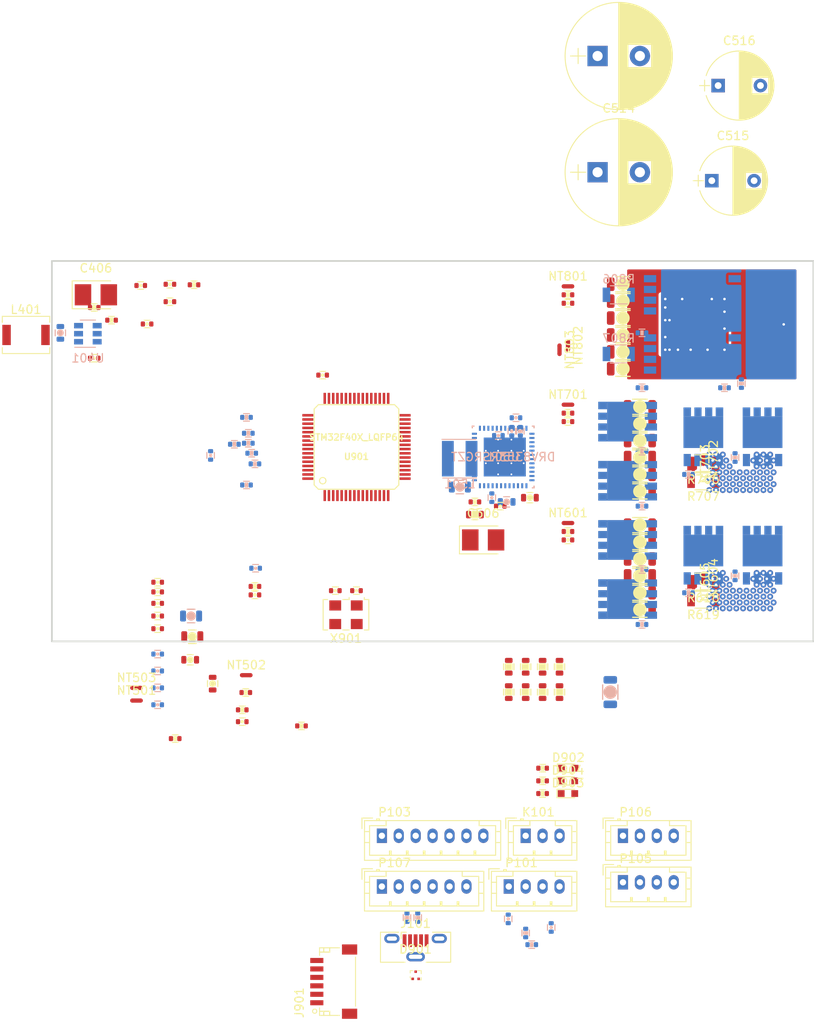
<source format=kicad_pcb>
(kicad_pcb (version 20171130) (host pcbnew "(5.1.2)-1")
  (layers (0 F.Cu signal) (1 In1.Cu power) (2 In2.Cu signal) (31 B.Cu power) (34 B.Paste user) (35 F.Paste user) (36 B.SilkS user) (37 F.SilkS user) (38 B.Mask user) (39 F.Mask user) (44 Edge.Cuts user))
  (net 0 "")
  (net 1 GND)
  (net 2 +3V3)
  (net 3 NRST)
  (net 4 +12V)
  (net 5 "Net-(J101-Pad2)")
  (net 6 "Net-(J101-Pad3)")
  (net 7 SWDIO)
  (net 8 SWCLK)
  (net 9 "Net-(K101-Pad1)")
  (net 10 "Net-(C507-Pad2)")
  (net 11 GNDD)
  (net 12 +BATT)
  (net 13 /drv_power_stage/buck_rcl)
  (net 14 "Net-(Q701-Pad2)")
  (net 15 "Net-(Q702-Pad2)")
  (net 16 "Net-(Q703-Pad2)")
  (net 17 "Net-(Q704-Pad2)")
  (net 18 "Net-(Q801-Pad2)")
  (net 19 "Net-(Q802-Pad2)")
  (net 20 "Net-(Q803-Pad2)")
  (net 21 "Net-(Q804-Pad2)")
  (net 22 GNDA)
  (net 23 /drv_power_stage/ENABLE)
  (net 24 /drv_power_stage/A_VSENSE)
  (net 25 /drv_power_stage/B_VSENSE)
  (net 26 /drv_power_stage/C_VSENSE)
  (net 27 "Net-(C201-Pad1)")
  (net 28 "Net-(C403-Pad1)")
  (net 29 "Net-(C403-Pad2)")
  (net 30 "Net-(C407-Pad2)")
  (net 31 "Net-(C505-Pad1)")
  (net 32 "Net-(C507-Pad1)")
  (net 33 "Net-(C508-Pad2)")
  (net 34 "Net-(C509-Pad1)")
  (net 35 "Net-(C510-Pad2)")
  (net 36 "Net-(C510-Pad1)")
  (net 37 "Net-(C511-Pad2)")
  (net 38 "Net-(C512-Pad2)")
  (net 39 /drv_power_stage/GDRV_VSENSE)
  (net 40 "Net-(C906-Pad1)")
  (net 41 "Net-(C908-Pad1)")
  (net 42 "Net-(D902-Pad1)")
  (net 43 "Net-(D903-Pad1)")
  (net 44 "Net-(D904-Pad1)")
  (net 45 "Net-(K101-Pad2)")
  (net 46 /drv_power_stage/3.3_IREF)
  (net 47 /drv_power_stage/PHASE_B)
  (net 48 /drv_power_stage/PHASE_C)
  (net 49 /drv_power_stage/PHASE_A)
  (net 50 "Net-(Q601-Pad2)")
  (net 51 "Net-(Q602-Pad2)")
  (net 52 "Net-(Q603-Pad2)")
  (net 53 "Net-(Q604-Pad2)")
  (net 54 "Net-(R401-Pad1)")
  (net 55 /drv_power_stage/DRV_SDO)
  (net 56 "Net-(R503-Pad2)")
  (net 57 /drv_power_stage/A_ISENSE)
  (net 58 /drv_power_stage/B_ISENSE)
  (net 59 /drv_power_stage/C_ISENSE)
  (net 60 /Microcontroller/SERVO)
  (net 61 /Microcontroller/ADC_VBUS)
  (net 62 /Microcontroller/ADC_TEMP)
  (net 63 /Microcontroller/TEMP_MOTOR)
  (net 64 /drv_power_stage/power_phase_B/PR_SENSE)
  (net 65 /drv_power_stage/power_phase_B/NR_SENSE)
  (net 66 /drv_power_stage/power_phase_C/PR_SENSE)
  (net 67 /drv_power_stage/power_phase_C/NR_SENSE)
  (net 68 /drv_power_stage/power_phase_A/PR_SENSE)
  (net 69 /drv_power_stage/power_phase_A/NR_SENSE)
  (net 70 /Microcontroller/VCAP2)
  (net 71 /Microcontroller/VCAP1)
  (net 72 /Microcontroller/USB_DM)
  (net 73 /Microcontroller/USB_DP)
  (net 74 /drv_power_stage/power_phase_B/H_SWITCH)
  (net 75 /drv_power_stage/power_phase_C/H_SWITCH)
  (net 76 /drv_power_stage/power_phase_A/H_SWITCH)
  (net 77 /CAN_tranciever/CANH)
  (net 78 /CAN_tranciever/CANL)
  (net 79 /Microcontroller/BRAKE_SW)
  (net 80 /Microcontroller/ADC_BRAKE)
  (net 81 /Microcontroller/ADC_THROTTLE)
  (net 82 /Microcontroller/USART1_RX)
  (net 83 /Microcontroller/USART1_TX)
  (net 84 /Microcontroller/SCL_2)
  (net 85 /Microcontroller/SDA_2)
  (net 86 /Microcontroller/HALL_3)
  (net 87 /Microcontroller/HALL_2)
  (net 88 /Microcontroller/HALL_1)
  (net 89 /drv_power_stage/power_phase_B/PH_GND_LOW)
  (net 90 /drv_power_stage/power_phase_C/PH_GND_LOW)
  (net 91 /drv_power_stage/power_phase_A/PH_GND_LOW)
  (net 92 /Microcontroller/FAULT)
  (net 93 /drv_power_stage/power_phase_B/H_GATE)
  (net 94 /drv_power_stage/power_phase_B/L_GATE)
  (net 95 /drv_power_stage/power_phase_C/H_GATE)
  (net 96 /drv_power_stage/power_phase_C/L_GATE)
  (net 97 /drv_power_stage/power_phase_A/H_GATE)
  (net 98 /drv_power_stage/power_phase_A/L_GATE)
  (net 99 /Microcontroller/LED_GREEN)
  (net 100 /Microcontroller/LED_RED)
  (net 101 /Microcontroller/L3)
  (net 102 /Microcontroller/H3)
  (net 103 /Microcontroller/L2)
  (net 104 /Microcontroller/H2)
  (net 105 /Microcontroller/L1)
  (net 106 /Microcontroller/H1)
  (net 107 "Net-(NT605-Pad1)")
  (net 108 "Net-(NT703-Pad1)")
  (net 109 "Net-(NT803-Pad1)")
  (module pkl_dipol:R_0402 (layer F.Cu) (at 107.05 107)
    (fp_text reference R403)
    (fp_text value "10k 0.1%")
    (pad 2 smd roundrect (at 0.5 0) (size 0.5 0.6) (layers F.Cu F.Paste F.Mask) (net 1 GND))
    (pad 1 smd roundrect (at -0.5 0) (size 0.5 0.6) (layers F.Cu F.Paste F.Mask) (net 30 "Net-(C407-Pad2)"))
  )
  (module pkl_dipol:R_0402 (layer F.Cu) (at 116.8 102.815)
    (fp_text reference R402)
    (fp_text value "R33.2k 0.1%")
    (pad 2 smd roundrect (at 0.5 0) (size 0.5 0.6) (layers F.Cu F.Paste F.Mask) (net 30 "Net-(C407-Pad2)"))
    (pad 1 smd roundrect (at -0.5 0) (size 0.5 0.6) (layers F.Cu F.Paste F.Mask) (net 2 +3V3))
  )
  (module pkl_dipol:R_0402 (layer F.Cu) (at 105 105.5 180)
    (fp_text reference R401)
    (fp_text value 1k)
    (pad 2 smd roundrect (at 0.5 0 180) (size 0.5 0.6) (layers F.Cu F.Paste F.Mask) (net 4 +12V))
    (pad 1 smd roundrect (at -0.5 0 180) (size 0.5 0.6) (layers F.Cu F.Paste F.Mask) (net 54 "Net-(R401-Pad1)"))
  )
  (module Inductors_SMD:L_Neosid_Ms42 (layer F.Cu) (at 96.94 108.75)
    (fp_text reference L401 (at 0 -3) (layer F.SilkS))
    (fp_text value 3.3uH)
    (pad 1 smd rect (at -2.3 0) (size 1 2.4) (layers F.Cu F.Paste F.Mask) (net 2 +3V3))
    (pad 2 smd rect (at 2.3 0) (size 1 2.4) (layers F.Cu F.Paste F.Mask) (net 28 "Net-(C403-Pad1)"))
  )
  (module pkl_dipol:C_0402 (layer F.Cu) (at 124 139.5)
    (fp_text reference C408)
    (fp_text value 100nf)
    (pad 2 smd roundrect (at 0.5 0) (size 0.5 0.6) (layers F.Cu F.Paste F.Mask) (net 22 GNDA))
    (pad 1 smd roundrect (at -0.5 0) (size 0.5 0.6) (layers F.Cu F.Paste F.Mask) (net 62 /Microcontroller/ADC_TEMP))
  )
  (module pkl_dipol:C_0402 (layer F.Cu) (at 111.25 107.455)
    (fp_text reference C407)
    (fp_text value NP)
    (pad 2 smd roundrect (at 0.5 0) (size 0.5 0.6) (layers F.Cu F.Paste F.Mask) (net 30 "Net-(C407-Pad2)"))
    (pad 1 smd roundrect (at -0.5 0) (size 0.5 0.6) (layers F.Cu F.Paste F.Mask) (net 2 +3V3))
  )
  (module pkl_dipol:C_0402 (layer F.Cu) (at 110.5 102.9)
    (fp_text reference C405)
    (fp_text value 2.2uf)
    (pad 2 smd roundrect (at 0.5 0) (size 0.5 0.6) (layers F.Cu F.Paste F.Mask) (net 1 GND))
    (pad 1 smd roundrect (at -0.5 0) (size 0.5 0.6) (layers F.Cu F.Paste F.Mask) (net 2 +3V3))
  )
  (module pkl_dipol:C_0402 (layer F.Cu) (at 113.95 104.815)
    (fp_text reference C404)
    (fp_text value 100nf)
    (pad 2 smd roundrect (at 0.5 0) (size 0.5 0.6) (layers F.Cu F.Paste F.Mask) (net 1 GND))
    (pad 1 smd roundrect (at -0.5 0) (size 0.5 0.6) (layers F.Cu F.Paste F.Mask) (net 2 +3V3))
  )
  (module pkl_dipol:C_0402 (layer F.Cu) (at 105 111.5)
    (fp_text reference C403)
    (fp_text value 100nf)
    (pad 2 smd roundrect (at 0.5 0) (size 0.5 0.6) (layers F.Cu F.Paste F.Mask) (net 29 "Net-(C403-Pad2)"))
    (pad 1 smd roundrect (at -0.5 0) (size 0.5 0.6) (layers F.Cu F.Paste F.Mask) (net 28 "Net-(C403-Pad1)"))
  )
  (module pkl_dipol:C_0402 (layer F.Cu) (at 113.95 102.755)
    (fp_text reference C402)
    (fp_text value 100nf)
    (pad 2 smd roundrect (at 0.5 0) (size 0.5 0.6) (layers F.Cu F.Paste F.Mask) (net 1 GND))
    (pad 1 smd roundrect (at -0.5 0) (size 0.5 0.6) (layers F.Cu F.Paste F.Mask) (net 4 +12V))
  )
  (module pkl_dipol:C_0603 (layer B.Cu) (at 101 108.5 270)
    (fp_text reference C401)
    (fp_text value 2.2uf)
    (pad 2 smd roundrect (at 0.75 0 270) (size 0.6 0.9) (layers B.Cu B.Paste B.Mask) (net 1 GND))
    (pad 1 smd roundrect (at -0.75 0 270) (size 0.6 0.9) (layers B.Cu B.Paste B.Mask) (net 4 +12V))
  )
  (module Connectors_JST:JST_PH_B4B-PH-K_04x2.00mm_Straight (layer F.Cu) (at 167.5 168)
    (fp_text reference P106 (at 1.5 -2.8) (layer F.SilkS))
    (fp_text value I2C)
    (pad 1 thru_hole rect (at 0 0) (size 1.2 1.7) (drill 0.75) (layers *.Cu *.Mask) (net 84 /Microcontroller/SCL_2))
    (pad 2 thru_hole oval (at 2 0) (size 1.2 1.7) (drill 0.75) (layers *.Cu *.Mask) (net 85 /Microcontroller/SDA_2))
    (pad 3 thru_hole oval (at 4 0) (size 1.2 1.7) (drill 0.75) (layers *.Cu *.Mask) (net 2 +3V3))
    (pad 4 thru_hole oval (at 6 0) (size 1.2 1.7) (drill 0.75) (layers *.Cu *.Mask) (net 1 GND))
  )
  (module Resistors_SMD:R_1206 (layer B.Cu) (at 167 111 180)
    (fp_text reference R807 (at 0 1.85) (layer B.SilkS) (effects (justify mirror)))
    (fp_text value 1mΩ)
    (pad 1 smd rect (at -1.45 0 180) (size 0.9 1.7) (layers B.Cu B.Paste B.Mask) (net 91 /drv_power_stage/power_phase_A/PH_GND_LOW))
    (pad 2 smd rect (at 1.45 0 180) (size 0.9 1.7) (layers B.Cu B.Paste B.Mask) (net 11 GNDD))
  )
  (module Resistors_SMD:R_1206 (layer B.Cu) (at 167 104 180)
    (fp_text reference R806 (at 0 1.85) (layer B.SilkS) (effects (justify mirror)))
    (fp_text value 1mΩ)
    (pad 1 smd rect (at -1.45 0 180) (size 0.9 1.7) (layers B.Cu B.Paste B.Mask) (net 91 /drv_power_stage/power_phase_A/PH_GND_LOW))
    (pad 2 smd rect (at 1.45 0 180) (size 0.9 1.7) (layers B.Cu B.Paste B.Mask) (net 11 GNDD))
  )
  (module Resistors_SMD:R_1206 (layer F.Cu) (at 177 126 180)
    (fp_text reference R707 (at 0 -1.85 180) (layer F.SilkS))
    (fp_text value 1mΩ)
    (pad 1 smd rect (at -1.45 0 180) (size 0.9 1.7) (layers F.Cu F.Paste F.Mask) (net 90 /drv_power_stage/power_phase_C/PH_GND_LOW))
    (pad 2 smd rect (at 1.45 0 180) (size 0.9 1.7) (layers F.Cu F.Paste F.Mask) (net 11 GNDD))
  )
  (module Resistors_SMD:R_1206 (layer F.Cu) (at 177 124 180)
    (fp_text reference R706 (at 0 -1.85 180) (layer F.SilkS))
    (fp_text value 1mΩ)
    (pad 1 smd rect (at -1.45 0 180) (size 0.9 1.7) (layers F.Cu F.Paste F.Mask) (net 90 /drv_power_stage/power_phase_C/PH_GND_LOW))
    (pad 2 smd rect (at 1.45 0 180) (size 0.9 1.7) (layers F.Cu F.Paste F.Mask) (net 11 GNDD))
  )
  (module Resistors_SMD:R_1206 (layer F.Cu) (at 177 140 180)
    (fp_text reference R619 (at 0 -1.85 180) (layer F.SilkS))
    (fp_text value 1mΩ)
    (pad 1 smd rect (at -1.45 0 180) (size 0.9 1.7) (layers F.Cu F.Paste F.Mask) (net 89 /drv_power_stage/power_phase_B/PH_GND_LOW))
    (pad 2 smd rect (at 1.45 0 180) (size 0.9 1.7) (layers F.Cu F.Paste F.Mask) (net 11 GNDD))
  )
  (module Resistors_SMD:R_1206 (layer F.Cu) (at 177 138 180)
    (fp_text reference R618 (at 0 -1.85 180) (layer F.SilkS))
    (fp_text value 1mΩ)
    (pad 1 smd rect (at -1.45 0 180) (size 0.9 1.7) (layers F.Cu F.Paste F.Mask) (net 89 /drv_power_stage/power_phase_B/PH_GND_LOW))
    (pad 2 smd rect (at 1.45 0 180) (size 0.9 1.7) (layers F.Cu F.Paste F.Mask) (net 11 GNDD))
  )
  (module NetTie:NetTie-2_SMD_Pad0.5mm (layer F.Cu) (at 160 110.5 270)
    (fp_text reference NT803 (at 0 -1.2 90) (layer F.SilkS))
    (fp_text value Net-Tie_2)
    (fp_poly (pts (xy -0.5 -0.25) (xy 0.5 -0.25) (xy 0.5 0.25) (xy -0.5 0.25)) (layer F.Cu) (width 0))
    (pad 2 smd circle (at 0.5 0 270) (size 0.5 0.5) (layers F.Cu) (net 11 GNDD))
    (pad 1 smd circle (at -0.5 0 270) (size 0.5 0.5) (layers F.Cu) (net 109 "Net-(NT803-Pad1)"))
  )
  (module NetTie:NetTie-2_SMD_Pad0.5mm (layer F.Cu) (at 161 110 270)
    (fp_text reference NT802 (at 0 -1.2 90) (layer F.SilkS))
    (fp_text value Net-Tie_2)
    (fp_poly (pts (xy -0.5 -0.25) (xy 0.5 -0.25) (xy 0.5 0.25) (xy -0.5 0.25)) (layer F.Cu) (width 0))
    (pad 2 smd circle (at 0.5 0 270) (size 0.5 0.5) (layers F.Cu) (net 91 /drv_power_stage/power_phase_A/PH_GND_LOW))
    (pad 1 smd circle (at -0.5 0 270) (size 0.5 0.5) (layers F.Cu) (net 68 /drv_power_stage/power_phase_A/PR_SENSE))
  )
  (module NetTie:NetTie-2_SMD_Pad0.5mm (layer F.Cu) (at 176 124 270)
    (fp_text reference NT703 (at 0 -1.2 270) (layer F.SilkS))
    (fp_text value Net-Tie_2)
    (fp_poly (pts (xy -0.5 -0.25) (xy 0.5 -0.25) (xy 0.5 0.25) (xy -0.5 0.25)) (layer F.Cu) (width 0))
    (pad 2 smd circle (at 0.5 0 270) (size 0.5 0.5) (layers F.Cu) (net 11 GNDD))
    (pad 1 smd circle (at -0.5 0 270) (size 0.5 0.5) (layers F.Cu) (net 108 "Net-(NT703-Pad1)"))
  )
  (module NetTie:NetTie-2_SMD_Pad0.5mm (layer F.Cu) (at 177 123.5 270)
    (fp_text reference NT702 (at 0 -1.2 270) (layer F.SilkS))
    (fp_text value Net-Tie_2)
    (fp_poly (pts (xy -0.5 -0.25) (xy 0.5 -0.25) (xy 0.5 0.25) (xy -0.5 0.25)) (layer F.Cu) (width 0))
    (pad 2 smd circle (at 0.5 0 270) (size 0.5 0.5) (layers F.Cu) (net 90 /drv_power_stage/power_phase_C/PH_GND_LOW))
    (pad 1 smd circle (at -0.5 0 270) (size 0.5 0.5) (layers F.Cu) (net 66 /drv_power_stage/power_phase_C/PR_SENSE))
  )
  (module NetTie:NetTie-2_SMD_Pad0.5mm (layer F.Cu) (at 176 138 270)
    (fp_text reference NT605 (at 0 -1.2 270) (layer F.SilkS))
    (fp_text value Net-Tie_2)
    (fp_poly (pts (xy -0.5 -0.25) (xy 0.5 -0.25) (xy 0.5 0.25) (xy -0.5 0.25)) (layer F.Cu) (width 0))
    (pad 2 smd circle (at 0.5 0 270) (size 0.5 0.5) (layers F.Cu) (net 11 GNDD))
    (pad 1 smd circle (at -0.5 0 270) (size 0.5 0.5) (layers F.Cu) (net 107 "Net-(NT605-Pad1)"))
  )
  (module NetTie:NetTie-2_SMD_Pad0.5mm (layer F.Cu) (at 177 137.5 270)
    (fp_text reference NT604 (at 0 -1.2 270) (layer F.SilkS))
    (fp_text value Net-Tie_2)
    (fp_poly (pts (xy -0.5 -0.25) (xy 0.5 -0.25) (xy 0.5 0.25) (xy -0.5 0.25)) (layer F.Cu) (width 0))
    (pad 2 smd circle (at 0.5 0 270) (size 0.5 0.5) (layers F.Cu) (net 89 /drv_power_stage/power_phase_B/PH_GND_LOW))
    (pad 1 smd circle (at -0.5 0 270) (size 0.5 0.5) (layers F.Cu) (net 64 /drv_power_stage/power_phase_B/PR_SENSE))
  )
  (module pkl_dipol:R_0402 (layer B.Cu) (at 181.5 114.5 90)
    (fp_text reference R805)
    (fp_text value 5Ω)
    (pad 1 smd roundrect (at -0.5 0 90) (size 0.5 0.6) (layers B.Cu B.Paste B.Mask) (net 21 "Net-(Q804-Pad2)"))
    (pad 2 smd roundrect (at 0.5 0 90) (size 0.5 0.6) (layers B.Cu B.Paste B.Mask) (net 98 /drv_power_stage/power_phase_A/L_GATE))
  )
  (module Capacitors_THT:CP_Radial_D8.0mm_P5.00mm (layer F.Cu) (at 178.75 79.25)
    (fp_text reference C516 (at 2.5 -5.31) (layer F.SilkS))
    (fp_text value 20uF)
    (pad 1 thru_hole rect (at 0 0) (size 1.6 1.6) (drill 0.8) (layers *.Cu *.Mask) (net 12 +BATT))
    (pad 2 thru_hole circle (at 5 0) (size 1.6 1.6) (drill 0.8) (layers *.Cu *.Mask) (net 1 GND))
  )
  (module Capacitors_THT:CP_Radial_D12.5mm_P5.00mm (layer F.Cu) (at 164.5 75.75)
    (fp_text reference C519 (at 2.5 -7.56) (layer F.SilkS))
    (fp_text value 560uF)
    (pad 1 thru_hole rect (at 0 0) (size 2.4 2.4) (drill 1.2) (layers *.Cu *.Mask) (net 12 +BATT))
    (pad 2 thru_hole circle (at 5 0) (size 2.4 2.4) (drill 1.2) (layers *.Cu *.Mask) (net 1 GND))
  )
  (module Capacitors_THT:CP_Radial_D8.0mm_P5.00mm (layer F.Cu) (at 178 90.5)
    (fp_text reference C515 (at 2.5 -5.31) (layer F.SilkS))
    (fp_text value 20uF)
    (pad 1 thru_hole rect (at 0 0) (size 1.6 1.6) (drill 0.8) (layers *.Cu *.Mask) (net 12 +BATT))
    (pad 2 thru_hole circle (at 5 0) (size 1.6 1.6) (drill 0.8) (layers *.Cu *.Mask) (net 1 GND))
  )
  (module Capacitors_THT:CP_Radial_D12.5mm_P5.00mm (layer F.Cu) (at 164.5 89.5)
    (fp_text reference C514 (at 2.5 -7.56) (layer F.SilkS))
    (fp_text value 560uF)
    (pad 1 thru_hole rect (at 0 0) (size 2.4 2.4) (drill 1.2) (layers *.Cu *.Mask) (net 12 +BATT))
    (pad 2 thru_hole circle (at 5 0) (size 2.4 2.4) (drill 1.2) (layers *.Cu *.Mask) (net 1 GND))
  )
  (module Oscillators:Oscillator_SMD_EuroQuartz_XO53-4pin_5.0x3.2mm (layer F.Cu) (at 134.76 141.85 180)
    (fp_text reference X901 (at 0 -2.8) (layer F.SilkS))
    (fp_text value "8MHz 10ppm")
    (pad 1 smd rect (at -1.27 1.1 180) (size 1.4 1.2) (layers F.Cu F.Paste F.Mask) (net 40 "Net-(C906-Pad1)"))
    (pad 2 smd rect (at 1.27 1.1 180) (size 1.4 1.2) (layers F.Cu F.Paste F.Mask) (net 41 "Net-(C908-Pad1)"))
    (pad 3 smd rect (at 1.27 -1.1 180) (size 1.4 1.2) (layers F.Cu F.Paste F.Mask) (net 1 GND))
    (pad 4 smd rect (at -1.27 -1.1 180) (size 1.4 1.2) (layers F.Cu F.Paste F.Mask))
  )
  (module crf1:lqfp64_pad_mod (layer F.Cu) (at 136 122)
    (fp_text reference U901 (at 0 1.143) (layer F.SilkS) (effects (font (size 0.7493 0.7493) (thickness 0.14986))))
    (fp_text value STM32F40X_LQFP64 (at 0 -1.143) (layer F.SilkS) (effects (font (size 0.7493 0.7493) (thickness 0.14986))))
    (pad 64 smd rect (at -5.75056 3.74904) (size 1.30048 0.3) (layers F.Cu F.Paste F.Mask) (net 2 +3V3))
    (pad 63 smd rect (at -5.75056 3.2512) (size 1.30048 0.3) (layers F.Cu F.Paste F.Mask) (net 1 GND))
    (pad 62 smd rect (at -5.75056 2.75082) (size 1.30048 0.3) (layers F.Cu F.Paste F.Mask))
    (pad 61 smd rect (at -5.75056 2.25044) (size 1.30048 0.3) (layers F.Cu F.Paste F.Mask))
    (pad 60 smd rect (at -5.75056 1.75006) (size 1.30048 0.3) (layers F.Cu F.Paste F.Mask) (net 1 GND))
    (pad 48 smd rect (at -3.74904 -5.75056) (size 0.3 1.30048) (layers F.Cu F.Paste F.Mask) (net 2 +3V3))
    (pad 47 smd rect (at -3.2512 -5.75056) (size 0.3 1.30048) (layers F.Cu F.Paste F.Mask) (net 70 /Microcontroller/VCAP2))
    (pad 46 smd rect (at -2.75082 -5.75056) (size 0.3 1.30048) (layers F.Cu F.Paste F.Mask) (net 7 SWDIO))
    (pad 45 smd rect (at -2.25044 -5.75056) (size 0.3 1.30048) (layers F.Cu F.Paste F.Mask) (net 73 /Microcontroller/USB_DP))
    (pad 44 smd rect (at -1.75006 -5.75056) (size 0.3 1.30048) (layers F.Cu F.Paste F.Mask) (net 72 /Microcontroller/USB_DM))
    (pad 32 smd rect (at 5.75056 -3.74904) (size 1.30048 0.3) (layers F.Cu F.Paste F.Mask) (net 2 +3V3))
    (pad 31 smd rect (at 5.75056 -3.2512) (size 1.30048 0.3) (layers F.Cu F.Paste F.Mask) (net 71 /Microcontroller/VCAP1))
    (pad 30 smd rect (at 5.75056 -2.75082) (size 1.30048 0.3) (layers F.Cu F.Paste F.Mask) (net 85 /Microcontroller/SDA_2))
    (pad 29 smd rect (at 5.75056 -2.25044) (size 1.30048 0.3) (layers F.Cu F.Paste F.Mask) (net 84 /Microcontroller/SCL_2))
    (pad 28 smd rect (at 5.75056 -1.75006) (size 1.30048 0.3) (layers F.Cu F.Paste F.Mask))
    (pad 16 smd rect (at 3.74904 5.75056) (size 0.3 1.30048) (layers F.Cu F.Paste F.Mask) (net 26 /drv_power_stage/C_VSENSE))
    (pad 15 smd rect (at 3.2512 5.75056) (size 0.3 1.30048) (layers F.Cu F.Paste F.Mask) (net 25 /drv_power_stage/B_VSENSE))
    (pad 14 smd rect (at 2.75082 5.75056) (size 0.3 1.30048) (layers F.Cu F.Paste F.Mask) (net 24 /drv_power_stage/A_VSENSE))
    (pad 13 smd rect (at 2.25044 5.75056) (size 0.3 1.30048) (layers F.Cu F.Paste F.Mask) (net 2 +3V3))
    (pad 12 smd rect (at 1.75006 5.75056) (size 0.3 1.30048) (layers F.Cu F.Paste F.Mask) (net 22 GNDA))
    (pad 59 smd rect (at -5.75056 1.24968) (size 1.30048 0.3) (layers F.Cu F.Paste F.Mask) (net 82 /Microcontroller/USART1_RX))
    (pad 58 smd rect (at -5.75056 0.7493) (size 1.30048 0.3) (layers F.Cu F.Paste F.Mask) (net 83 /Microcontroller/USART1_TX))
    (pad 57 smd rect (at -5.75056 0.24892) (size 1.30048 0.3) (layers F.Cu F.Paste F.Mask) (net 79 /Microcontroller/BRAKE_SW))
    (pad 43 smd rect (at -1.24968 -5.75056) (size 0.3 1.30048) (layers F.Cu F.Paste F.Mask) (net 102 /Microcontroller/H3))
    (pad 42 smd rect (at -0.7493 -5.75056) (size 0.3 1.30048) (layers F.Cu F.Paste F.Mask) (net 104 /Microcontroller/H2))
    (pad 41 smd rect (at -0.24892 -5.75056) (size 0.3 1.30048) (layers F.Cu F.Paste F.Mask) (net 106 /Microcontroller/H1))
    (pad 27 smd rect (at 5.75056 -1.24968) (size 1.30048 0.3) (layers F.Cu F.Paste F.Mask) (net 80 /Microcontroller/ADC_BRAKE))
    (pad 26 smd rect (at 5.75056 -0.7493) (size 1.30048 0.3) (layers F.Cu F.Paste F.Mask) (net 81 /Microcontroller/ADC_THROTTLE))
    (pad 25 smd rect (at 5.75056 -0.24892) (size 1.30048 0.3) (layers F.Cu F.Paste F.Mask) (net 63 /Microcontroller/TEMP_MOTOR))
    (pad 11 smd rect (at 1.24968 5.75056) (size 0.3 1.30048) (layers F.Cu F.Paste F.Mask) (net 61 /Microcontroller/ADC_VBUS))
    (pad 10 smd rect (at 0.7493 5.75056) (size 0.3 1.30048) (layers F.Cu F.Paste F.Mask) (net 59 /drv_power_stage/C_ISENSE))
    (pad 9 smd rect (at 0.24892 5.75056) (size 0.3 1.30048) (layers F.Cu F.Paste F.Mask) (net 58 /drv_power_stage/B_ISENSE))
    (pad 56 smd rect (at -5.75056 -0.24892) (size 1.30048 0.3) (layers F.Cu F.Paste F.Mask))
    (pad 55 smd rect (at -5.75056 -0.7493) (size 1.30048 0.3) (layers F.Cu F.Paste F.Mask))
    (pad 54 smd rect (at -5.75056 -1.24968) (size 1.30048 0.3) (layers F.Cu F.Paste F.Mask))
    (pad 53 smd rect (at -5.75056 -1.75006) (size 1.30048 0.3) (layers F.Cu F.Paste F.Mask))
    (pad 52 smd rect (at -5.75056 -2.25044) (size 1.30048 0.3) (layers F.Cu F.Paste F.Mask))
    (pad 51 smd rect (at -5.75056 -2.75082) (size 1.30048 0.3) (layers F.Cu F.Paste F.Mask))
    (pad 50 smd rect (at -5.75056 -3.2512) (size 1.30048 0.3) (layers F.Cu F.Paste F.Mask))
    (pad 49 smd rect (at -5.75056 -3.74904) (size 1.30048 0.3) (layers F.Cu F.Paste F.Mask) (net 8 SWCLK))
    (pad 40 smd rect (at 0.24892 -5.75056) (size 0.3 1.30048) (layers F.Cu F.Paste F.Mask) (net 23 /drv_power_stage/ENABLE))
    (pad 39 smd rect (at 0.7493 -5.75056) (size 0.3 1.30048) (layers F.Cu F.Paste F.Mask) (net 86 /Microcontroller/HALL_3))
    (pad 38 smd rect (at 1.24968 -5.75056) (size 0.3 1.30048) (layers F.Cu F.Paste F.Mask) (net 87 /Microcontroller/HALL_2))
    (pad 37 smd rect (at 1.75006 -5.75056) (size 0.3 1.30048) (layers F.Cu F.Paste F.Mask) (net 88 /Microcontroller/HALL_1))
    (pad 36 smd rect (at 2.25044 -5.75056) (size 0.3 1.30048) (layers F.Cu F.Paste F.Mask) (net 101 /Microcontroller/L3))
    (pad 35 smd rect (at 2.75082 -5.75056) (size 0.3 1.30048) (layers F.Cu F.Paste F.Mask) (net 103 /Microcontroller/L2))
    (pad 34 smd rect (at 3.2512 -5.75056) (size 0.3 1.30048) (layers F.Cu F.Paste F.Mask) (net 105 /Microcontroller/L1))
    (pad 33 smd rect (at 3.74904 -5.75056) (size 0.3 1.30048) (layers F.Cu F.Paste F.Mask) (net 92 /Microcontroller/FAULT))
    (pad 24 smd rect (at 5.75056 0.24892) (size 1.30048 0.3) (layers F.Cu F.Paste F.Mask) (net 62 /Microcontroller/ADC_TEMP))
    (pad 23 smd rect (at 5.75056 0.7493) (size 1.30048 0.3) (layers F.Cu F.Paste F.Mask))
    (pad 22 smd rect (at 5.75056 1.24968) (size 1.30048 0.3) (layers F.Cu F.Paste F.Mask))
    (pad 21 smd rect (at 5.75056 1.75006) (size 1.30048 0.3) (layers F.Cu F.Paste F.Mask))
    (pad 20 smd rect (at 5.75056 2.25044) (size 1.30048 0.3) (layers F.Cu F.Paste F.Mask))
    (pad 19 smd rect (at 5.75056 2.75082) (size 1.30048 0.3) (layers F.Cu F.Paste F.Mask) (net 2 +3V3))
    (pad 18 smd rect (at 5.75056 3.2512) (size 1.30048 0.3) (layers F.Cu F.Paste F.Mask) (net 1 GND))
    (pad 17 smd rect (at 5.75056 3.74904) (size 1.30048 0.3) (layers F.Cu F.Paste F.Mask) (net 60 /Microcontroller/SERVO))
    (pad 3 smd rect (at -2.75082 5.75056) (size 0.3 1.30048) (layers F.Cu F.Paste F.Mask) (net 99 /Microcontroller/LED_GREEN))
    (pad 2 smd rect (at -3.2512 5.75056) (size 0.3 1.30048) (layers F.Cu F.Paste F.Mask))
    (pad 1 smd rect (at -3.74904 5.75056) (size 0.3 1.30048) (layers F.Cu F.Paste F.Mask) (net 2 +3V3))
    (pad 8 smd rect (at -0.24892 5.75056) (size 0.3 1.30048) (layers F.Cu F.Paste F.Mask) (net 57 /drv_power_stage/A_ISENSE))
    (pad 7 smd rect (at -0.7493 5.75056) (size 0.3 1.30048) (layers F.Cu F.Paste F.Mask) (net 3 NRST))
    (pad 6 smd rect (at -1.24968 5.75056) (size 0.3 1.30048) (layers F.Cu F.Paste F.Mask) (net 41 "Net-(C908-Pad1)"))
    (pad 5 smd rect (at -1.75006 5.75056) (size 0.3 1.30048) (layers F.Cu F.Paste F.Mask) (net 40 "Net-(C906-Pad1)"))
    (pad 4 smd rect (at -2.25044 5.75056) (size 0.3 1.30048) (layers F.Cu F.Paste F.Mask) (net 100 /Microcontroller/LED_RED))
  )
  (module Locals:DRV8353RHRGZR (layer B.Cu) (at 153.340474 123.187303)
    (fp_text reference U501 (at 0 0) (layer B.SilkS) (effects (justify mirror)))
    (fp_text value DRV8353RSRGZT (at 0 0) (layer B.SilkS) (effects (justify mirror)))
    (fp_text user * (at 0 0) (layer B.SilkS) (effects (justify mirror)))
    (pad 49 thru_hole circle (at 0.973 2.050001) (size 0.499999 0.499999) (drill 0.2032) (layers *.Cu *.Mask) (net 11 GNDD))
    (pad 49 thru_hole circle (at -0.596999 2.050001) (size 0.499999 0.499999) (drill 0.2032) (layers *.Cu *.Mask) (net 11 GNDD))
    (pad 49 thru_hole circle (at 0.973 0.740001) (size 0.499999 0.499999) (drill 0.2032) (layers *.Cu *.Mask) (net 11 GNDD))
    (pad 49 thru_hole circle (at 0.973 -0.740001) (size 0.499999 0.499999) (drill 0.2032) (layers *.Cu *.Mask) (net 11 GNDD))
    (pad 49 thru_hole circle (at 0.973 -2.050001) (size 0.499999 0.499999) (drill 0.2032) (layers *.Cu *.Mask) (net 11 GNDD))
    (pad 49 thru_hole circle (at 2.426 0.740001) (size 0.499999 0.499999) (drill 0.2032) (layers *.Cu *.Mask) (net 11 GNDD))
    (pad 49 thru_hole circle (at 2.426 -0.740001) (size 0.499999 0.499999) (drill 0.2032) (layers *.Cu *.Mask) (net 11 GNDD))
    (pad 49 thru_hole circle (at -0.596999 0.740001) (size 0.499999 0.499999) (drill 0.2032) (layers *.Cu *.Mask) (net 11 GNDD))
    (pad 49 thru_hole circle (at -0.596999 -0.740001) (size 0.499999 0.499999) (drill 0.2032) (layers *.Cu *.Mask) (net 11 GNDD))
    (pad 49 thru_hole circle (at -0.596999 -2.050001) (size 0.499999 0.499999) (drill 0.2032) (layers *.Cu *.Mask) (net 11 GNDD))
    (pad 49 thru_hole circle (at -2.050001 -0.740001) (size 0.499999 0.499999) (drill 0.2032) (layers *.Cu *.Mask) (net 11 GNDD))
    (pad 49 thru_hole circle (at -2.050001 0.740001) (size 0.499999 0.499999) (drill 0.2032) (layers *.Cu *.Mask) (net 11 GNDD))
    (pad 49 smd rect (at 0.188001 0) (size 4.974999 4.600001) (layers B.Cu B.Mask) (net 11 GNDD))
    (pad 48 smd rect (at -2.75 3.400001) (size 0.24 0.599999) (layers B.Cu B.Paste B.Mask) (net 39 /drv_power_stage/GDRV_VSENSE))
    (pad 47 smd rect (at -2.250001 3.400001) (size 0.24 0.599999) (layers B.Cu B.Paste B.Mask) (net 56 "Net-(R503-Pad2)"))
    (pad 46 smd rect (at -1.749999 3.400001) (size 0.24 0.599999) (layers B.Cu B.Paste B.Mask) (net 13 /drv_power_stage/buck_rcl))
    (pad 45 smd rect (at -1.25 3.400001) (size 0.24 0.599999) (layers B.Cu B.Paste B.Mask) (net 36 "Net-(C510-Pad1)"))
    (pad 44 smd rect (at -0.749998 3.400001) (size 0.24 0.599999) (layers B.Cu B.Paste B.Mask) (net 31 "Net-(C505-Pad1)"))
    (pad 43 smd rect (at -0.25 3.400001) (size 0.24 0.599999) (layers B.Cu B.Paste B.Mask) (net 12 +BATT))
    (pad 42 smd rect (at 0.25 3.400001) (size 0.24 0.599999) (layers B.Cu B.Paste B.Mask) (net 35 "Net-(C510-Pad2)"))
    (pad 41 smd rect (at 0.750001 3.400001) (size 0.24 0.599999) (layers B.Cu B.Paste B.Mask) (net 1 GND))
    (pad 40 smd rect (at 1.25 3.400001) (size 0.24 0.599999) (layers B.Cu B.Paste B.Mask) (net 34 "Net-(C509-Pad1)"))
    (pad 39 smd rect (at 1.750002 3.400001) (size 0.24 0.599999) (layers B.Cu B.Paste B.Mask) (net 101 /Microcontroller/L3))
    (pad 38 smd rect (at 2.250001 3.400001) (size 0.24 0.599999) (layers B.Cu B.Paste B.Mask) (net 102 /Microcontroller/H3))
    (pad 37 smd rect (at 2.75 3.400001) (size 0.24 0.599999) (layers B.Cu B.Paste B.Mask) (net 103 /Microcontroller/L2))
    (pad 36 smd rect (at 3.400001 2.75 270) (size 0.24 0.599999) (layers B.Cu B.Paste B.Mask) (net 104 /Microcontroller/H2))
    (pad 35 smd rect (at 3.400001 2.250001 270) (size 0.24 0.599999) (layers B.Cu B.Paste B.Mask) (net 105 /Microcontroller/L1))
    (pad 34 smd rect (at 3.400001 1.749999 270) (size 0.24 0.599999) (layers B.Cu B.Paste B.Mask) (net 106 /Microcontroller/H1))
    (pad 33 smd rect (at 3.400001 1.25 270) (size 0.24 0.599999) (layers B.Cu B.Paste B.Mask) (net 23 /drv_power_stage/ENABLE))
    (pad 32 smd rect (at 3.400001 0.749998 270) (size 0.24 0.599999) (layers B.Cu B.Paste B.Mask))
    (pad 31 smd rect (at 3.400001 0.25 270) (size 0.24 0.599999) (layers B.Cu B.Paste B.Mask))
    (pad 30 smd rect (at 3.400001 -0.25 270) (size 0.24 0.599999) (layers B.Cu B.Paste B.Mask))
    (pad 29 smd rect (at 3.400001 -0.750001 270) (size 0.24 0.599999) (layers B.Cu B.Paste B.Mask) (net 55 /drv_power_stage/DRV_SDO))
    (pad 28 smd rect (at 3.400001 -1.25 270) (size 0.24 0.599999) (layers B.Cu B.Paste B.Mask) (net 92 /Microcontroller/FAULT))
    (pad 27 smd rect (at 3.400001 -1.750002 270) (size 0.24 0.599999) (layers B.Cu B.Paste B.Mask) (net 22 GNDA))
    (pad 26 smd rect (at 3.400001 -2.250001 270) (size 0.24 0.599999) (layers B.Cu B.Paste B.Mask) (net 46 /drv_power_stage/3.3_IREF))
    (pad 25 smd rect (at 3.400001 -2.75 270) (size 0.24 0.599999) (layers B.Cu B.Paste B.Mask) (net 57 /drv_power_stage/A_ISENSE))
    (pad 24 smd rect (at 2.75 -3.400001) (size 0.24 0.599999) (layers B.Cu B.Paste B.Mask) (net 58 /drv_power_stage/B_ISENSE))
    (pad 23 smd rect (at 2.250001 -3.400001) (size 0.24 0.599999) (layers B.Cu B.Paste B.Mask) (net 59 /drv_power_stage/C_ISENSE))
    (pad 22 smd rect (at 1.750002 -3.400001) (size 0.24 0.599999) (layers B.Cu B.Paste B.Mask) (net 67 /drv_power_stage/power_phase_C/NR_SENSE))
    (pad 21 smd rect (at 1.25 -3.400001) (size 0.24 0.599999) (layers B.Cu B.Paste B.Mask) (net 66 /drv_power_stage/power_phase_C/PR_SENSE))
    (pad 20 smd rect (at 0.750001 -3.400001) (size 0.24 0.599999) (layers B.Cu B.Paste B.Mask) (net 96 /drv_power_stage/power_phase_C/L_GATE))
    (pad 19 smd rect (at 0.25 -3.400001) (size 0.24 0.599999) (layers B.Cu B.Paste B.Mask) (net 75 /drv_power_stage/power_phase_C/H_SWITCH))
    (pad 18 smd rect (at -0.25 -3.400001) (size 0.24 0.599999) (layers B.Cu B.Paste B.Mask) (net 95 /drv_power_stage/power_phase_C/H_GATE))
    (pad 17 smd rect (at -0.749998 -3.400001) (size 0.24 0.599999) (layers B.Cu B.Paste B.Mask) (net 93 /drv_power_stage/power_phase_B/H_GATE))
    (pad 16 smd rect (at -1.25 -3.400001) (size 0.24 0.599999) (layers B.Cu B.Paste B.Mask) (net 74 /drv_power_stage/power_phase_B/H_SWITCH))
    (pad 15 smd rect (at -1.749999 -3.400001) (size 0.24 0.599999) (layers B.Cu B.Paste B.Mask) (net 94 /drv_power_stage/power_phase_B/L_GATE))
    (pad 14 smd rect (at -2.250001 -3.400001) (size 0.24 0.599999) (layers B.Cu B.Paste B.Mask) (net 64 /drv_power_stage/power_phase_B/PR_SENSE))
    (pad 13 smd rect (at -2.75 -3.400001) (size 0.24 0.599999) (layers B.Cu B.Paste B.Mask) (net 65 /drv_power_stage/power_phase_B/NR_SENSE))
    (pad 12 smd rect (at -3.400001 -2.75 270) (size 0.24 0.599999) (layers B.Cu B.Paste B.Mask) (net 69 /drv_power_stage/power_phase_A/NR_SENSE))
    (pad 11 smd rect (at -3.400001 -2.250001 270) (size 0.24 0.599999) (layers B.Cu B.Paste B.Mask) (net 68 /drv_power_stage/power_phase_A/PR_SENSE))
    (pad 10 smd rect (at -3.400001 -1.750002 270) (size 0.24 0.599999) (layers B.Cu B.Paste B.Mask) (net 98 /drv_power_stage/power_phase_A/L_GATE))
    (pad 9 smd rect (at -3.400001 -1.25 270) (size 0.24 0.599999) (layers B.Cu B.Paste B.Mask) (net 76 /drv_power_stage/power_phase_A/H_SWITCH))
    (pad 8 smd rect (at -3.400001 -0.750001 270) (size 0.24 0.599999) (layers B.Cu B.Paste B.Mask) (net 97 /drv_power_stage/power_phase_A/H_GATE))
    (pad 7 smd rect (at -3.400001 -0.25 270) (size 0.24 0.599999) (layers B.Cu B.Paste B.Mask) (net 37 "Net-(C511-Pad2)"))
    (pad 6 smd rect (at -3.400001 0.25 270) (size 0.24 0.599999) (layers B.Cu B.Paste B.Mask) (net 12 +BATT))
    (pad 5 smd rect (at -3.400001 0.749998 270) (size 0.24 0.599999) (layers B.Cu B.Paste B.Mask) (net 4 +12V))
    (pad 4 smd rect (at -3.400001 1.25 270) (size 0.24 0.599999) (layers B.Cu B.Paste B.Mask) (net 32 "Net-(C507-Pad1)"))
    (pad 3 smd rect (at -3.400001 1.749999 270) (size 0.24 0.599999) (layers B.Cu B.Paste B.Mask) (net 10 "Net-(C507-Pad2)"))
    (pad 2 smd rect (at -3.400001 2.250001 270) (size 0.24 0.599999) (layers B.Cu B.Paste B.Mask) (net 33 "Net-(C508-Pad2)"))
    (pad 1 smd rect (at -3.400001 2.75 270) (size 0.24 0.599999) (layers B.Cu B.Paste B.Mask) (net 11 GNDD))
  )
  (module TO_SOT_Packages_SMD:SOT-23-6 (layer B.Cu) (at 104.25 108.6)
    (fp_text reference U401 (at 0 2.9) (layer B.SilkS) (effects (justify mirror)))
    (fp_text value TPS561201)
    (pad 1 smd rect (at -1.1 0.95) (size 1.06 0.65) (layers B.Cu B.Paste B.Mask) (net 1 GND))
    (pad 2 smd rect (at -1.1 0) (size 1.06 0.65) (layers B.Cu B.Paste B.Mask) (net 28 "Net-(C403-Pad1)"))
    (pad 3 smd rect (at -1.1 -0.95) (size 1.06 0.65) (layers B.Cu B.Paste B.Mask) (net 4 +12V))
    (pad 4 smd rect (at 1.1 -0.95) (size 1.06 0.65) (layers B.Cu B.Paste B.Mask) (net 30 "Net-(C407-Pad2)"))
    (pad 6 smd rect (at 1.1 0.95) (size 1.06 0.65) (layers B.Cu B.Paste B.Mask) (net 29 "Net-(C403-Pad2)"))
    (pad 5 smd rect (at 1.1 0) (size 1.06 0.65) (layers B.Cu B.Paste B.Mask) (net 54 "Net-(R401-Pad1)"))
  )
  (module pkl_dipol:R_0402 (layer B.Cu) (at 175.25 139.25 180)
    (fp_text reference R602)
    (fp_text value 5Ω)
    (pad 2 smd roundrect (at 0.5 0 180) (size 0.5 0.6) (layers B.Cu B.Paste B.Mask) (net 94 /drv_power_stage/power_phase_B/L_GATE))
    (pad 1 smd roundrect (at -0.5 0 180) (size 0.5 0.6) (layers B.Cu B.Paste B.Mask) (net 51 "Net-(Q602-Pad2)"))
  )
  (module pkl_dipol:R_0402 (layer B.Cu) (at 169.75 143)
    (fp_text reference R601)
    (fp_text value 5Ω)
    (pad 2 smd roundrect (at 0.5 0) (size 0.5 0.6) (layers B.Cu B.Paste B.Mask) (net 93 /drv_power_stage/power_phase_B/H_GATE))
    (pad 1 smd roundrect (at -0.5 0) (size 0.5 0.6) (layers B.Cu B.Paste B.Mask) (net 50 "Net-(Q601-Pad2)"))
  )
  (module pkl_dipol:R_0402 (layer F.Cu) (at 114.57 156.5)
    (fp_text reference R517)
    (fp_text value "NTC 10kΩ")
    (pad 2 smd roundrect (at 0.5 0) (size 0.5 0.6) (layers F.Cu F.Paste F.Mask) (net 11 GNDD))
    (pad 1 smd roundrect (at -0.5 0) (size 0.5 0.6) (layers F.Cu F.Paste F.Mask) (net 62 /Microcontroller/ADC_TEMP))
  )
  (module pkl_dipol:R_0402 (layer F.Cu) (at 124 138.5 180)
    (fp_text reference R516)
    (fp_text value 10kΩ)
    (pad 2 smd roundrect (at 0.5 0 180) (size 0.5 0.6) (layers F.Cu F.Paste F.Mask) (net 62 /Microcontroller/ADC_TEMP))
    (pad 1 smd roundrect (at -0.5 0 180) (size 0.5 0.6) (layers F.Cu F.Paste F.Mask) (net 2 +3V3))
  )
  (module pkl_dipol:R_0603 (layer F.Cu) (at 154 151 270)
    (fp_text reference R515)
    (fp_text value 2.2kΩ)
    (pad 2 smd roundrect (at 0.75 0 270) (size 0.6 0.9) (layers F.Cu F.Paste F.Mask) (net 11 GNDD))
    (pad 1 smd roundrect (at -0.75 0 270) (size 0.6 0.9) (layers F.Cu F.Paste F.Mask) (net 61 /Microcontroller/ADC_VBUS))
  )
  (module pkl_dipol:R_0603 (layer F.Cu) (at 154 148 270)
    (fp_text reference R514)
    (fp_text value 47kΩ)
    (pad 2 smd roundrect (at 0.75 0 270) (size 0.6 0.9) (layers F.Cu F.Paste F.Mask) (net 61 /Microcontroller/ADC_VBUS))
    (pad 1 smd roundrect (at -0.75 0 270) (size 0.6 0.9) (layers F.Cu F.Paste F.Mask) (net 12 +BATT))
  )
  (module pkl_dipol:R_0603 (layer F.Cu) (at 160 151 270)
    (fp_text reference R513)
    (fp_text value 2.2kΩ)
    (pad 2 smd roundrect (at 0.75 0 270) (size 0.6 0.9) (layers F.Cu F.Paste F.Mask) (net 11 GNDD))
    (pad 1 smd roundrect (at -0.75 0 270) (size 0.6 0.9) (layers F.Cu F.Paste F.Mask) (net 26 /drv_power_stage/C_VSENSE))
  )
  (module pkl_dipol:R_0603 (layer F.Cu) (at 160 148 270)
    (fp_text reference R512)
    (fp_text value 47kΩ)
    (pad 2 smd roundrect (at 0.75 0 270) (size 0.6 0.9) (layers F.Cu F.Paste F.Mask) (net 26 /drv_power_stage/C_VSENSE))
    (pad 1 smd roundrect (at -0.75 0 270) (size 0.6 0.9) (layers F.Cu F.Paste F.Mask) (net 48 /drv_power_stage/PHASE_C))
  )
  (module pkl_dipol:R_0603 (layer F.Cu) (at 158 151 270)
    (fp_text reference R511)
    (fp_text value 2.2kΩ)
    (pad 2 smd roundrect (at 0.75 0 270) (size 0.6 0.9) (layers F.Cu F.Paste F.Mask) (net 11 GNDD))
    (pad 1 smd roundrect (at -0.75 0 270) (size 0.6 0.9) (layers F.Cu F.Paste F.Mask) (net 25 /drv_power_stage/B_VSENSE))
  )
  (module pkl_dipol:R_0603 (layer F.Cu) (at 158 148 270)
    (fp_text reference R510)
    (fp_text value 47kΩ)
    (pad 2 smd roundrect (at 0.75 0 270) (size 0.6 0.9) (layers F.Cu F.Paste F.Mask) (net 25 /drv_power_stage/B_VSENSE))
    (pad 1 smd roundrect (at -0.75 0 270) (size 0.6 0.9) (layers F.Cu F.Paste F.Mask) (net 47 /drv_power_stage/PHASE_B))
  )
  (module pkl_dipol:R_0603 (layer F.Cu) (at 156 151 270)
    (fp_text reference R509)
    (fp_text value 2.2kΩ)
    (pad 2 smd roundrect (at 0.75 0 270) (size 0.6 0.9) (layers F.Cu F.Paste F.Mask) (net 11 GNDD))
    (pad 1 smd roundrect (at -0.75 0 270) (size 0.6 0.9) (layers F.Cu F.Paste F.Mask) (net 24 /drv_power_stage/A_VSENSE))
  )
  (module pkl_dipol:R_0603 (layer F.Cu) (at 156 148 270)
    (fp_text reference R508)
    (fp_text value 47kΩ)
    (pad 2 smd roundrect (at 0.75 0 270) (size 0.6 0.9) (layers F.Cu F.Paste F.Mask) (net 24 /drv_power_stage/A_VSENSE))
    (pad 1 smd roundrect (at -0.75 0 270) (size 0.6 0.9) (layers F.Cu F.Paste F.Mask) (net 49 /drv_power_stage/PHASE_A))
  )
  (module pkl_dipol:R_0603 (layer F.Cu) (at 150 130)
    (fp_text reference R507)
    (fp_text value 910mΩ)
    (pad 2 smd roundrect (at 0.75 0) (size 0.6 0.9) (layers F.Cu F.Paste F.Mask) (net 4 +12V))
    (pad 1 smd roundrect (at -0.75 0) (size 0.6 0.9) (layers F.Cu F.Paste F.Mask) (net 38 "Net-(C512-Pad2)"))
  )
  (module pkl_dipol:R_0402 (layer F.Cu) (at 122.5 153.1)
    (fp_text reference R506)
    (fp_text value 1.0kΩ)
    (pad 2 smd roundrect (at 0.5 0) (size 0.5 0.6) (layers F.Cu F.Paste F.Mask) (net 11 GNDD))
    (pad 1 smd roundrect (at -0.5 0) (size 0.5 0.6) (layers F.Cu F.Paste F.Mask) (net 39 /drv_power_stage/GDRV_VSENSE))
  )
  (module pkl_dipol:R_0402 (layer F.Cu) (at 150 128.5)
    (fp_text reference R505)
    (fp_text value 5.1kΩ)
    (pad 2 smd roundrect (at 0.5 0) (size 0.5 0.6) (layers F.Cu F.Paste F.Mask) (net 39 /drv_power_stage/GDRV_VSENSE))
    (pad 1 smd roundrect (at -0.5 0) (size 0.5 0.6) (layers F.Cu F.Paste F.Mask) (net 38 "Net-(C512-Pad2)"))
  )
  (module pkl_dipol:R_0402 (layer F.Cu) (at 122.92 151.05)
    (fp_text reference R504)
    (fp_text value 200kΩ)
    (pad 2 smd roundrect (at 0.5 0) (size 0.5 0.6) (layers F.Cu F.Paste F.Mask) (net 13 /drv_power_stage/buck_rcl))
    (pad 1 smd roundrect (at -0.5 0) (size 0.5 0.6) (layers F.Cu F.Paste F.Mask) (net 11 GNDD))
  )
  (module pkl_dipol:R_0402 (layer B.Cu) (at 155.372474 120.139303 90)
    (fp_text reference R503)
    (fp_text value 560kΩ)
    (pad 2 smd roundrect (at 0.5 0 90) (size 0.5 0.6) (layers B.Cu B.Paste B.Mask) (net 56 "Net-(R503-Pad2)"))
    (pad 1 smd roundrect (at -0.5 0 90) (size 0.5 0.6) (layers B.Cu B.Paste B.Mask) (net 12 +BATT))
  )
  (module pkl_dipol:C_0402 (layer B.Cu) (at 154.356474 120.139303 270)
    (fp_text reference R502)
    (fp_text value 10kΩ)
    (pad 2 smd roundrect (at 0.5 0 270) (size 0.5 0.6) (layers B.Cu B.Paste B.Mask) (net 92 /Microcontroller/FAULT))
    (pad 1 smd roundrect (at -0.5 0 270) (size 0.5 0.6) (layers B.Cu B.Paste B.Mask) (net 2 +3V3))
  )
  (module pkl_dipol:C_0402 (layer B.Cu) (at 152.774474 120.647303 180)
    (fp_text reference R501)
    (fp_text value 1kOhm)
    (pad 2 smd roundrect (at 0.5 0 180) (size 0.5 0.6) (layers B.Cu B.Paste B.Mask) (net 55 /drv_power_stage/DRV_SDO))
    (pad 1 smd roundrect (at -0.5 0 180) (size 0.5 0.6) (layers B.Cu B.Paste B.Mask) (net 2 +3V3))
  )
  (module pkl_dipol:R_0402 (layer B.Cu) (at 156 179.5 270)
    (fp_text reference R202)
    (fp_text value 120R)
    (pad 2 smd roundrect (at 0.5 0 270) (size 0.5 0.6) (layers B.Cu B.Paste B.Mask) (net 27 "Net-(C201-Pad1)"))
    (pad 1 smd roundrect (at -0.5 0 270) (size 0.5 0.6) (layers B.Cu B.Paste B.Mask) (net 78 /CAN_tranciever/CANL))
  )
  (module pkl_dipol:R_0402 (layer B.Cu) (at 156.718 180.876)
    (fp_text reference R201)
    (fp_text value 120R)
    (pad 2 smd roundrect (at 0.5 0) (size 0.5 0.6) (layers B.Cu B.Paste B.Mask) (net 27 "Net-(C201-Pad1)"))
    (pad 1 smd roundrect (at -0.5 0) (size 0.5 0.6) (layers B.Cu B.Paste B.Mask) (net 77 /CAN_tranciever/CANH))
  )
  (module pkl_dipol:R_0402 (layer F.Cu) (at 129.5 155 180)
    (fp_text reference R110)
    (fp_text value 10kΩ)
    (pad 2 smd roundrect (at 0.5 0 180) (size 0.5 0.6) (layers F.Cu F.Paste F.Mask) (net 2 +3V3))
    (pad 1 smd roundrect (at -0.5 0 180) (size 0.5 0.6) (layers F.Cu F.Paste F.Mask) (net 63 /Microcontroller/TEMP_MOTOR))
  )
  (module pkl_dipol:R_0402 (layer B.Cu) (at 123 126.5)
    (fp_text reference R109)
    (fp_text value 2k2Ω)
    (pad 2 smd roundrect (at 0.5 0) (size 0.5 0.6) (layers B.Cu B.Paste B.Mask) (net 2 +3V3))
    (pad 1 smd roundrect (at -0.5 0) (size 0.5 0.6) (layers B.Cu B.Paste B.Mask) (net 86 /Microcontroller/HALL_3))
  )
  (module pkl_dipol:R_0402 (layer B.Cu) (at 124 124)
    (fp_text reference R108)
    (fp_text value 2k2Ω)
    (pad 2 smd roundrect (at 0.5 0) (size 0.5 0.6) (layers B.Cu B.Paste B.Mask) (net 2 +3V3))
    (pad 1 smd roundrect (at -0.5 0) (size 0.5 0.6) (layers B.Cu B.Paste B.Mask) (net 87 /Microcontroller/HALL_2))
  )
  (module pkl_dipol:R_0402 (layer B.Cu) (at 123.216936 120.380038)
    (fp_text reference R107)
    (fp_text value 2k2Ω)
    (pad 2 smd roundrect (at 0.5 0) (size 0.5 0.6) (layers B.Cu B.Paste B.Mask) (net 2 +3V3))
    (pad 1 smd roundrect (at -0.5 0) (size 0.5 0.6) (layers B.Cu B.Paste B.Mask) (net 88 /Microcontroller/HALL_1))
  )
  (module pkl_dipol:R_0402 (layer B.Cu) (at 123.216936 121.560038)
    (fp_text reference R106)
    (fp_text value 22R)
    (pad 2 smd roundrect (at 0.5 0) (size 0.5 0.6) (layers B.Cu B.Paste B.Mask) (net 5 "Net-(J101-Pad2)"))
    (pad 1 smd roundrect (at -0.5 0) (size 0.5 0.6) (layers B.Cu B.Paste B.Mask) (net 72 /Microcontroller/USB_DM))
  )
  (module pkl_dipol:R_0402 (layer B.Cu) (at 141.97 177.676 270)
    (fp_text reference R105)
    (fp_text value 22R)
    (pad 2 smd roundrect (at 0.5 0 270) (size 0.5 0.6) (layers B.Cu B.Paste B.Mask) (net 6 "Net-(J101-Pad3)"))
    (pad 1 smd roundrect (at -0.5 0 270) (size 0.5 0.6) (layers B.Cu B.Paste B.Mask) (net 73 /Microcontroller/USB_DP))
  )
  (module pkl_dipol:R_0402 (layer B.Cu) (at 143.24 177.676 90)
    (fp_text reference R104)
    (fp_text value 100kΩ)
    (pad 2 smd roundrect (at 0.5 0 90) (size 0.5 0.6) (layers B.Cu B.Paste B.Mask) (net 1 GND))
    (pad 1 smd roundrect (at -0.5 0 90) (size 0.5 0.6) (layers B.Cu B.Paste B.Mask) (net 80 /Microcontroller/ADC_BRAKE))
  )
  (module pkl_dipol:R_0402 (layer B.Cu) (at 121.566936 121.680038)
    (fp_text reference R103)
    (fp_text value 100kΩ)
    (pad 2 smd roundrect (at 0.5 0) (size 0.5 0.6) (layers B.Cu B.Paste B.Mask) (net 1 GND))
    (pad 1 smd roundrect (at -0.5 0) (size 0.5 0.6) (layers B.Cu B.Paste B.Mask) (net 81 /Microcontroller/ADC_THROTTLE))
  )
  (module pkl_dipol:R_0402 (layer B.Cu) (at 123.616936 122.740038)
    (fp_text reference R102)
    (fp_text value 100Ω)
    (pad 2 smd roundrect (at 0.5 0) (size 0.5 0.6) (layers B.Cu B.Paste B.Mask) (net 9 "Net-(K101-Pad1)"))
    (pad 1 smd roundrect (at -0.5 0) (size 0.5 0.6) (layers B.Cu B.Paste B.Mask) (net 60 /Microcontroller/SERVO))
  )
  (module pkl_dipol:R_0402 (layer B.Cu) (at 123 118.5 180)
    (fp_text reference R101)
    (fp_text value 0Ω)
    (pad 2 smd roundrect (at 0.5 0 180) (size 0.5 0.6) (layers B.Cu B.Paste B.Mask) (net 2 +3V3))
    (pad 1 smd roundrect (at -0.5 0 180) (size 0.5 0.6) (layers B.Cu B.Paste B.Mask) (net 45 "Net-(K101-Pad2)"))
  )
  (module moxie-drive-custom:SOP8_Advance (layer B.Cu) (at 184 134.25 180)
    (fp_text reference Q604)
    (fp_text value "TPH2R608NH,L1Q ")
    (pad 1 smd rect (at 0 0 270) (size 3.75 4.7) (layers B.Cu B.Paste B.Mask) (net 47 /drv_power_stage/PHASE_B))
    (pad 3 smd rect (at -1.905 -3.3 270) (size 1.45 0.85) (layers B.Cu B.Paste B.Mask) (net 89 /drv_power_stage/power_phase_B/PH_GND_LOW))
    (pad 3 smd rect (at -0.635 -3.3 270) (size 1.45 0.85) (layers B.Cu B.Paste B.Mask) (net 89 /drv_power_stage/power_phase_B/PH_GND_LOW))
    (pad 3 smd rect (at 0.635 -3.3 270) (size 1.45 0.85) (layers B.Cu B.Paste B.Mask) (net 89 /drv_power_stage/power_phase_B/PH_GND_LOW))
    (pad 2 smd rect (at 1.905 -3.3 270) (size 1.45 0.85) (layers B.Cu B.Paste B.Mask) (net 53 "Net-(Q604-Pad2)"))
    (pad 1 smd rect (at 1.905 2.4 270) (size 1.05 0.89) (layers B.Cu B.Paste B.Mask) (net 47 /drv_power_stage/PHASE_B))
    (pad 1 smd rect (at 0.635 2.4 270) (size 1.05 0.85) (layers B.Cu B.Paste B.Mask) (net 47 /drv_power_stage/PHASE_B))
    (pad 1 smd rect (at -0.635 2.4 270) (size 1.05 0.85) (layers B.Cu B.Paste B.Mask) (net 47 /drv_power_stage/PHASE_B))
    (pad 1 smd rect (at -1.905 2.4 270) (size 1.05 0.89) (layers B.Cu B.Paste B.Mask) (net 47 /drv_power_stage/PHASE_B))
  )
  (module moxie-drive-custom:SOP8_Advance (layer B.Cu) (at 167.5 133 270)
    (fp_text reference Q603)
    (fp_text value "TPH2R608NH,L1Q ")
    (pad 1 smd rect (at 0 0) (size 3.75 4.7) (layers B.Cu B.Paste B.Mask) (net 12 +BATT))
    (pad 3 smd rect (at -1.905 -3.3) (size 1.45 0.85) (layers B.Cu B.Paste B.Mask) (net 47 /drv_power_stage/PHASE_B))
    (pad 3 smd rect (at -0.635 -3.3) (size 1.45 0.85) (layers B.Cu B.Paste B.Mask) (net 47 /drv_power_stage/PHASE_B))
    (pad 3 smd rect (at 0.635 -3.3) (size 1.45 0.85) (layers B.Cu B.Paste B.Mask) (net 47 /drv_power_stage/PHASE_B))
    (pad 2 smd rect (at 1.905 -3.3) (size 1.45 0.85) (layers B.Cu B.Paste B.Mask) (net 52 "Net-(Q603-Pad2)"))
    (pad 1 smd rect (at 1.905 2.4) (size 1.05 0.89) (layers B.Cu B.Paste B.Mask) (net 12 +BATT))
    (pad 1 smd rect (at 0.635 2.4) (size 1.05 0.85) (layers B.Cu B.Paste B.Mask) (net 12 +BATT))
    (pad 1 smd rect (at -0.635 2.4) (size 1.05 0.85) (layers B.Cu B.Paste B.Mask) (net 12 +BATT))
    (pad 1 smd rect (at -1.905 2.4) (size 1.05 0.89) (layers B.Cu B.Paste B.Mask) (net 12 +BATT))
  )
  (module moxie-drive-custom:SOP8_Advance (layer B.Cu) (at 177 134.25 180)
    (fp_text reference Q602)
    (fp_text value "TPH2R608NH,L1Q ")
    (pad 1 smd rect (at 0 0 270) (size 3.75 4.7) (layers B.Cu B.Paste B.Mask) (net 47 /drv_power_stage/PHASE_B))
    (pad 3 smd rect (at -1.905 -3.3 270) (size 1.45 0.85) (layers B.Cu B.Paste B.Mask) (net 89 /drv_power_stage/power_phase_B/PH_GND_LOW))
    (pad 3 smd rect (at -0.635 -3.3 270) (size 1.45 0.85) (layers B.Cu B.Paste B.Mask) (net 89 /drv_power_stage/power_phase_B/PH_GND_LOW))
    (pad 3 smd rect (at 0.635 -3.3 270) (size 1.45 0.85) (layers B.Cu B.Paste B.Mask) (net 89 /drv_power_stage/power_phase_B/PH_GND_LOW))
    (pad 2 smd rect (at 1.905 -3.3 270) (size 1.45 0.85) (layers B.Cu B.Paste B.Mask) (net 51 "Net-(Q602-Pad2)"))
    (pad 1 smd rect (at 1.905 2.4 270) (size 1.05 0.89) (layers B.Cu B.Paste B.Mask) (net 47 /drv_power_stage/PHASE_B))
    (pad 1 smd rect (at 0.635 2.4 270) (size 1.05 0.85) (layers B.Cu B.Paste B.Mask) (net 47 /drv_power_stage/PHASE_B))
    (pad 1 smd rect (at -0.635 2.4 270) (size 1.05 0.85) (layers B.Cu B.Paste B.Mask) (net 47 /drv_power_stage/PHASE_B))
    (pad 1 smd rect (at -1.905 2.4 270) (size 1.05 0.89) (layers B.Cu B.Paste B.Mask) (net 47 /drv_power_stage/PHASE_B))
  )
  (module moxie-drive-custom:SOP8_Advance (layer B.Cu) (at 167.5 140 270)
    (fp_text reference Q601)
    (fp_text value "TPH2R608NH,L1Q ")
    (pad 1 smd rect (at 0 0) (size 3.75 4.7) (layers B.Cu B.Paste B.Mask) (net 12 +BATT))
    (pad 3 smd rect (at -1.905 -3.3) (size 1.45 0.85) (layers B.Cu B.Paste B.Mask) (net 47 /drv_power_stage/PHASE_B))
    (pad 3 smd rect (at -0.635 -3.3) (size 1.45 0.85) (layers B.Cu B.Paste B.Mask) (net 47 /drv_power_stage/PHASE_B))
    (pad 3 smd rect (at 0.635 -3.3) (size 1.45 0.85) (layers B.Cu B.Paste B.Mask) (net 47 /drv_power_stage/PHASE_B))
    (pad 2 smd rect (at 1.905 -3.3) (size 1.45 0.85) (layers B.Cu B.Paste B.Mask) (net 50 "Net-(Q601-Pad2)"))
    (pad 1 smd rect (at 1.905 2.4) (size 1.05 0.89) (layers B.Cu B.Paste B.Mask) (net 12 +BATT))
    (pad 1 smd rect (at 0.635 2.4) (size 1.05 0.85) (layers B.Cu B.Paste B.Mask) (net 12 +BATT))
    (pad 1 smd rect (at -0.635 2.4) (size 1.05 0.85) (layers B.Cu B.Paste B.Mask) (net 12 +BATT))
    (pad 1 smd rect (at -1.905 2.4) (size 1.05 0.89) (layers B.Cu B.Paste B.Mask) (net 12 +BATT))
  )
  (module Connectors_JST:JST_PH_B4B-PH-K_04x2.00mm_Straight (layer F.Cu) (at 167.5 173.5)
    (fp_text reference P105 (at 1.5 -2.8) (layer F.SilkS))
    (fp_text value Serial1/tim4)
    (pad 1 thru_hole rect (at 0 0) (size 1.2 1.7) (drill 0.75) (layers *.Cu *.Mask) (net 82 /Microcontroller/USART1_RX))
    (pad 2 thru_hole oval (at 2 0) (size 1.2 1.7) (drill 0.75) (layers *.Cu *.Mask) (net 83 /Microcontroller/USART1_TX))
    (pad 3 thru_hole oval (at 4 0) (size 1.2 1.7) (drill 0.75) (layers *.Cu *.Mask) (net 2 +3V3))
    (pad 4 thru_hole oval (at 6 0) (size 1.2 1.7) (drill 0.75) (layers *.Cu *.Mask) (net 1 GND))
  )
  (module NetTie:NetTie-2_SMD_Pad0.5mm (layer F.Cu) (at 110 150.5)
    (fp_text reference NT503 (at 0 -1.2) (layer F.SilkS))
    (fp_text value Net-Tie_2)
    (fp_poly (pts (xy -0.5 -0.25) (xy 0.5 -0.25) (xy 0.5 0.25) (xy -0.5 0.25)) (layer F.Cu) (width 0))
    (pad 2 smd circle (at 0.5 0) (size 0.5 0.5) (layers F.Cu) (net 2 +3V3))
    (pad 1 smd circle (at -0.5 0) (size 0.5 0.5) (layers F.Cu) (net 46 /drv_power_stage/3.3_IREF))
  )
  (module NetTie:NetTie-2_SMD_Pad0.5mm (layer F.Cu) (at 122.97 149)
    (fp_text reference NT502 (at 0 -1.2) (layer F.SilkS))
    (fp_text value Net-Tie_2)
    (fp_poly (pts (xy -0.5 -0.25) (xy 0.5 -0.25) (xy 0.5 0.25) (xy -0.5 0.25)) (layer F.Cu) (width 0))
    (pad 2 smd circle (at 0.5 0) (size 0.5 0.5) (layers F.Cu) (net 1 GND))
    (pad 1 smd circle (at -0.5 0) (size 0.5 0.5) (layers F.Cu) (net 11 GNDD))
  )
  (module NetTie:NetTie-2_SMD_Pad0.5mm (layer F.Cu) (at 110 152)
    (fp_text reference NT501 (at 0 -1.2) (layer F.SilkS))
    (fp_text value Net-Tie_2)
    (fp_poly (pts (xy -0.5 -0.25) (xy 0.5 -0.25) (xy 0.5 0.25) (xy -0.5 0.25)) (layer F.Cu) (width 0))
    (pad 2 smd circle (at 0.5 0) (size 0.5 0.5) (layers F.Cu) (net 1 GND))
    (pad 1 smd circle (at -0.5 0) (size 0.5 0.5) (layers F.Cu) (net 22 GNDA))
  )
  (module Connectors_JST:JST_SH_SM06B-SRSS-TB_06x1.00mm_Angled (layer F.Cu) (at 133.25 185.25 90)
    (fp_text reference J901 (at -2.5 -4 90) (layer F.SilkS))
    (fp_text value SWD)
    (pad 1 smd rect (at -2.5 -1.9375 90) (size 0.6 1.55) (layers F.Cu F.Paste F.Mask) (net 2 +3V3))
    (pad 2 smd rect (at -1.5 -1.9375 90) (size 0.6 1.55) (layers F.Cu F.Paste F.Mask) (net 8 SWCLK))
    (pad 3 smd rect (at -0.5 -1.9375 90) (size 0.6 1.55) (layers F.Cu F.Paste F.Mask) (net 1 GND))
    (pad 4 smd rect (at 0.5 -1.9375 90) (size 0.6 1.55) (layers F.Cu F.Paste F.Mask) (net 7 SWDIO))
    (pad 5 smd rect (at 1.5 -1.9375 90) (size 0.6 1.55) (layers F.Cu F.Paste F.Mask) (net 3 NRST))
    (pad 6 smd rect (at 2.5 -1.9375 90) (size 0.6 1.55) (layers F.Cu F.Paste F.Mask))
    (pad "" smd rect (at -3.8 1.9375 90) (size 1.2 1.8) (layers F.Cu F.Paste F.Mask))
    (pad "" smd rect (at 3.8 1.9375 90) (size 1.2 1.8) (layers F.Cu F.Paste F.Mask))
  )
  (module LEDs:LED_0603 (layer F.Cu) (at 161 161.5)
    (fp_text reference D904 (at 0 -1.25) (layer F.SilkS))
    (fp_text value RED)
    (pad 2 smd rect (at 0.8 0 180) (size 0.8 0.8) (layers F.Cu F.Paste F.Mask) (net 1 GND))
    (pad 1 smd rect (at -0.8 0 180) (size 0.8 0.8) (layers F.Cu F.Paste F.Mask) (net 44 "Net-(D904-Pad1)"))
  )
  (module LEDs:LED_0603 (layer F.Cu) (at 161 163)
    (fp_text reference D903 (at 0 -1.25) (layer F.SilkS))
    (fp_text value GREEN)
    (pad 2 smd rect (at 0.8 0 180) (size 0.8 0.8) (layers F.Cu F.Paste F.Mask) (net 1 GND))
    (pad 1 smd rect (at -0.8 0 180) (size 0.8 0.8) (layers F.Cu F.Paste F.Mask) (net 43 "Net-(D903-Pad1)"))
  )
  (module LEDs:LED_0603 (layer F.Cu) (at 161.04 160)
    (fp_text reference D902 (at 0 -1.25) (layer F.SilkS))
    (fp_text value BLUE)
    (pad 2 smd rect (at 0.8 0 180) (size 0.8 0.8) (layers F.Cu F.Paste F.Mask) (net 1 GND))
    (pad 1 smd rect (at -0.8 0 180) (size 0.8 0.8) (layers F.Cu F.Paste F.Mask) (net 42 "Net-(D902-Pad1)"))
  )
  (module digikey-footprints:SOT-3 (layer F.Cu) (at 143 184.5)
    (fp_text reference D901 (at -0.025 -3.075) (layer F.SilkS))
    (fp_text value TPD2EUSB30DRTR)
    (pad 2 smd rect (at 0.35 0.425) (size 0.3 0.3) (layers F.Cu F.Paste F.Mask) (net 72 /Microcontroller/USB_DM))
    (pad 3 smd rect (at 0 -0.425) (size 0.3 0.3) (layers F.Cu F.Paste F.Mask) (net 1 GND))
    (pad 1 smd rect (at -0.35 0.425) (size 0.3 0.3) (layers F.Cu F.Paste F.Mask) (net 73 /Microcontroller/USB_DP))
  )
  (module pkl_dipol:C_0402 (layer F.Cu) (at 112.5 142 180)
    (fp_text reference C912)
    (fp_text value 2.2u)
    (pad 2 smd roundrect (at 0.5 0 180) (size 0.5 0.6) (layers F.Cu F.Paste F.Mask) (net 2 +3V3))
    (pad 1 smd roundrect (at -0.5 0 180) (size 0.5 0.6) (layers F.Cu F.Paste F.Mask) (net 1 GND))
  )
  (module pkl_dipol:C_0402 (layer F.Cu) (at 112.5 143.5 180)
    (fp_text reference C911)
    (fp_text value 2.2u)
    (pad 2 smd roundrect (at 0.5 0 180) (size 0.5 0.6) (layers F.Cu F.Paste F.Mask) (net 2 +3V3))
    (pad 1 smd roundrect (at -0.5 0 180) (size 0.5 0.6) (layers F.Cu F.Paste F.Mask) (net 1 GND))
  )
  (module pkl_dipol:C_0402 (layer F.Cu) (at 112.5 140.5 180)
    (fp_text reference C910)
    (fp_text value 2.2u)
    (pad 2 smd roundrect (at 0.5 0 180) (size 0.5 0.6) (layers F.Cu F.Paste F.Mask) (net 2 +3V3))
    (pad 1 smd roundrect (at -0.5 0 180) (size 0.5 0.6) (layers F.Cu F.Paste F.Mask) (net 1 GND))
  )
  (module pkl_dipol:C_0402 (layer F.Cu) (at 112.5 138 180)
    (fp_text reference C909)
    (fp_text value 2.2u)
    (pad 2 smd roundrect (at 0.5 0 180) (size 0.5 0.6) (layers F.Cu F.Paste F.Mask) (net 2 +3V3))
    (pad 1 smd roundrect (at -0.5 0 180) (size 0.5 0.6) (layers F.Cu F.Paste F.Mask) (net 1 GND))
  )
  (module pkl_dipol:C_0402 (layer F.Cu) (at 133.5 139)
    (fp_text reference C908)
    (fp_text value 15p)
    (pad 2 smd roundrect (at 0.5 0) (size 0.5 0.6) (layers F.Cu F.Paste F.Mask) (net 1 GND))
    (pad 1 smd roundrect (at -0.5 0) (size 0.5 0.6) (layers F.Cu F.Paste F.Mask) (net 41 "Net-(C908-Pad1)"))
  )
  (module pkl_dipol:C_0402 (layer F.Cu) (at 112.5 139.15 180)
    (fp_text reference C907)
    (fp_text value 2.2u)
    (pad 2 smd roundrect (at 0.5 0 180) (size 0.5 0.6) (layers F.Cu F.Paste F.Mask) (net 2 +3V3))
    (pad 1 smd roundrect (at -0.5 0 180) (size 0.5 0.6) (layers F.Cu F.Paste F.Mask) (net 1 GND))
  )
  (module pkl_dipol:C_0402 (layer F.Cu) (at 136 139 180)
    (fp_text reference C906)
    (fp_text value 15p)
    (pad 2 smd roundrect (at 0.5 0 180) (size 0.5 0.6) (layers F.Cu F.Paste F.Mask) (net 1 GND))
    (pad 1 smd roundrect (at -0.5 0 180) (size 0.5 0.6) (layers F.Cu F.Paste F.Mask) (net 40 "Net-(C906-Pad1)"))
  )
  (module pkl_dipol:C_0402 (layer B.Cu) (at 112.5 152.5)
    (fp_text reference C905)
    (fp_text value 2.2u)
    (pad 1 smd roundrect (at -0.5 0) (size 0.5 0.6) (layers B.Cu B.Paste B.Mask) (net 22 GNDA))
    (pad 2 smd roundrect (at 0.5 0) (size 0.5 0.6) (layers B.Cu B.Paste B.Mask) (net 2 +3V3))
  )
  (module pkl_dipol:C_0402 (layer B.Cu) (at 112.5 150.5)
    (fp_text reference C904)
    (fp_text value 100n)
    (pad 1 smd roundrect (at -0.5 0) (size 0.5 0.6) (layers B.Cu B.Paste B.Mask) (net 1 GND))
    (pad 2 smd roundrect (at 0.5 0) (size 0.5 0.6) (layers B.Cu B.Paste B.Mask) (net 3 NRST))
  )
  (module pkl_dipol:C_0402 (layer B.Cu) (at 112.5 148.5)
    (fp_text reference C903)
    (fp_text value 2.2u)
    (pad 1 smd roundrect (at -0.5 0) (size 0.5 0.6) (layers B.Cu B.Paste B.Mask) (net 1 GND))
    (pad 2 smd roundrect (at 0.5 0) (size 0.5 0.6) (layers B.Cu B.Paste B.Mask) (net 71 /Microcontroller/VCAP1))
  )
  (module pkl_dipol:C_0402 (layer B.Cu) (at 112.5 146.5)
    (fp_text reference C902)
    (fp_text value 2.2u)
    (pad 1 smd roundrect (at -0.5 0) (size 0.5 0.6) (layers B.Cu B.Paste B.Mask) (net 22 GNDA))
    (pad 2 smd roundrect (at 0.5 0) (size 0.5 0.6) (layers B.Cu B.Paste B.Mask) (net 2 +3V3))
  )
  (module pkl_dipol:C_0402 (layer F.Cu) (at 132 113.5)
    (fp_text reference C901)
    (fp_text value 2.2u)
    (pad 2 smd roundrect (at 0.5 0) (size 0.5 0.6) (layers F.Cu F.Paste F.Mask) (net 70 /Microcontroller/VCAP2))
    (pad 1 smd roundrect (at -0.5 0) (size 0.5 0.6) (layers F.Cu F.Paste F.Mask) (net 1 GND))
  )
  (module pkl_dipol:C_1206 (layer F.Cu) (at 167.5 110.75 180)
    (fp_text reference C807)
    (fp_text value "1uF ")
    (pad 2 smd roundrect (at 1.45 0 180) (size 0.9 1.6) (layers F.Cu F.Paste F.Mask) (net 11 GNDD))
    (pad 1 smd roundrect (at -1.45 0 180) (size 0.9 1.6) (layers F.Cu F.Paste F.Mask) (net 12 +BATT))
  )
  (module pkl_dipol:C_1206 (layer F.Cu) (at 167.5 104.75 180)
    (fp_text reference C806)
    (fp_text value "1uF ")
    (pad 2 smd roundrect (at 1.45 0 180) (size 0.9 1.6) (layers F.Cu F.Paste F.Mask) (net 11 GNDD))
    (pad 1 smd roundrect (at -1.45 0 180) (size 0.9 1.6) (layers F.Cu F.Paste F.Mask) (net 12 +BATT))
  )
  (module pkl_dipol:C_0402 (layer F.Cu) (at 161 105 180)
    (fp_text reference C801)
    (fp_text value 2.2nF)
    (pad 2 smd roundrect (at 0.5 0 180) (size 0.5 0.6) (layers F.Cu F.Paste F.Mask) (net 68 /drv_power_stage/power_phase_A/PR_SENSE))
    (pad 1 smd roundrect (at -0.5 0 180) (size 0.5 0.6) (layers F.Cu F.Paste F.Mask) (net 69 /drv_power_stage/power_phase_A/NR_SENSE))
  )
  (module pkl_dipol:C_1206 (layer F.Cu) (at 169.5 119.25)
    (fp_text reference C707)
    (fp_text value "1uF ")
    (pad 2 smd roundrect (at 1.45 0) (size 0.9 1.6) (layers F.Cu F.Paste F.Mask) (net 11 GNDD))
    (pad 1 smd roundrect (at -1.45 0) (size 0.9 1.6) (layers F.Cu F.Paste F.Mask) (net 12 +BATT))
  )
  (module pkl_dipol:C_1206 (layer F.Cu) (at 169.5 125.25)
    (fp_text reference C706)
    (fp_text value "1uF ")
    (pad 2 smd roundrect (at 1.45 0) (size 0.9 1.6) (layers F.Cu F.Paste F.Mask) (net 11 GNDD))
    (pad 1 smd roundrect (at -1.45 0) (size 0.9 1.6) (layers F.Cu F.Paste F.Mask) (net 12 +BATT))
  )
  (module pkl_dipol:C_0402 (layer F.Cu) (at 161 119 180)
    (fp_text reference C701)
    (fp_text value 2.2nF)
    (pad 2 smd roundrect (at 0.5 0 180) (size 0.5 0.6) (layers F.Cu F.Paste F.Mask) (net 66 /drv_power_stage/power_phase_C/PR_SENSE))
    (pad 1 smd roundrect (at -0.5 0 180) (size 0.5 0.6) (layers F.Cu F.Paste F.Mask) (net 67 /drv_power_stage/power_phase_C/NR_SENSE))
  )
  (module pkl_dipol:C_1206 (layer F.Cu) (at 169.5 133.25)
    (fp_text reference C607)
    (fp_text value "1uF ")
    (pad 2 smd roundrect (at 1.45 0) (size 0.9 1.6) (layers F.Cu F.Paste F.Mask) (net 11 GNDD))
    (pad 1 smd roundrect (at -1.45 0) (size 0.9 1.6) (layers F.Cu F.Paste F.Mask) (net 12 +BATT))
  )
  (module pkl_dipol:C_1206 (layer F.Cu) (at 169.5 139.25)
    (fp_text reference C606)
    (fp_text value "1uF ")
    (pad 2 smd roundrect (at 1.45 0) (size 0.9 1.6) (layers F.Cu F.Paste F.Mask) (net 11 GNDD))
    (pad 1 smd roundrect (at -1.45 0) (size 0.9 1.6) (layers F.Cu F.Paste F.Mask) (net 12 +BATT))
  )
  (module pkl_dipol:C_1206 (layer F.Cu) (at 169.5 135.25)
    (fp_text reference C605)
    (fp_text value "1uF ")
    (pad 2 smd roundrect (at 1.45 0) (size 0.9 1.6) (layers F.Cu F.Paste F.Mask) (net 11 GNDD))
    (pad 1 smd roundrect (at -1.45 0) (size 0.9 1.6) (layers F.Cu F.Paste F.Mask) (net 12 +BATT))
  )
  (module pkl_dipol:C_1206 (layer F.Cu) (at 169.5 131.25)
    (fp_text reference C604)
    (fp_text value "1uF ")
    (pad 2 smd roundrect (at 1.45 0) (size 0.9 1.6) (layers F.Cu F.Paste F.Mask) (net 11 GNDD))
    (pad 1 smd roundrect (at -1.45 0) (size 0.9 1.6) (layers F.Cu F.Paste F.Mask) (net 12 +BATT))
  )
  (module pkl_dipol:C_1206 (layer F.Cu) (at 169.5 137.25)
    (fp_text reference C603)
    (fp_text value "1uF ")
    (pad 2 smd roundrect (at 1.45 0) (size 0.9 1.6) (layers F.Cu F.Paste F.Mask) (net 11 GNDD))
    (pad 1 smd roundrect (at -1.45 0) (size 0.9 1.6) (layers F.Cu F.Paste F.Mask) (net 12 +BATT))
  )
  (module pkl_dipol:C_1206 (layer F.Cu) (at 169.5 141.25)
    (fp_text reference C602)
    (fp_text value "1uF ")
    (pad 2 smd roundrect (at 1.45 0) (size 0.9 1.6) (layers F.Cu F.Paste F.Mask) (net 11 GNDD))
    (pad 1 smd roundrect (at -1.45 0) (size 0.9 1.6) (layers F.Cu F.Paste F.Mask) (net 12 +BATT))
  )
  (module pkl_dipol:C_0402 (layer F.Cu) (at 161 133 180)
    (fp_text reference C601)
    (fp_text value 2.2nF)
    (pad 2 smd roundrect (at 0.5 0 180) (size 0.5 0.6) (layers F.Cu F.Paste F.Mask) (net 64 /drv_power_stage/power_phase_B/PR_SENSE))
    (pad 1 smd roundrect (at -0.5 0 180) (size 0.5 0.6) (layers F.Cu F.Paste F.Mask) (net 65 /drv_power_stage/power_phase_B/NR_SENSE))
  )
  (module pkl_dipol:C_0805 (layer F.Cu) (at 116.595 144.45)
    (fp_text reference C513)
    (fp_text value 22uF)
    (pad 2 smd roundrect (at 0.95 0) (size 0.7 1.3) (layers F.Cu F.Paste F.Mask) (net 11 GNDD))
    (pad 1 smd roundrect (at -0.95 0) (size 0.7 1.3) (layers F.Cu F.Paste F.Mask) (net 4 +12V))
  )
  (module pkl_dipol:C_0402 (layer F.Cu) (at 122.5 154.5)
    (fp_text reference C512)
    (fp_text value 18nF)
    (pad 2 smd roundrect (at 0.5 0) (size 0.5 0.6) (layers F.Cu F.Paste F.Mask) (net 38 "Net-(C512-Pad2)"))
    (pad 1 smd roundrect (at -0.5 0) (size 0.5 0.6) (layers F.Cu F.Paste F.Mask) (net 39 /drv_power_stage/GDRV_VSENSE))
  )
  (module pkl_dipol:C_0603 (layer F.Cu) (at 119 150 270)
    (fp_text reference C511)
    (fp_text value 1uF)
    (pad 2 smd roundrect (at 0.75 0 270) (size 0.6 0.9) (layers F.Cu F.Paste F.Mask) (net 37 "Net-(C511-Pad2)"))
    (pad 1 smd roundrect (at -0.75 0 270) (size 0.6 0.9) (layers F.Cu F.Paste F.Mask) (net 12 +BATT))
  )
  (module pkl_dipol:C_0402 (layer F.Cu) (at 153 129)
    (fp_text reference C510)
    (fp_text value 0.01uF)
    (pad 2 smd roundrect (at 0.5 0) (size 0.5 0.6) (layers F.Cu F.Paste F.Mask) (net 35 "Net-(C510-Pad2)"))
    (pad 1 smd roundrect (at -0.5 0) (size 0.5 0.6) (layers F.Cu F.Paste F.Mask) (net 36 "Net-(C510-Pad1)"))
  )
  (module pkl_dipol:C_0603 (layer F.Cu) (at 156.5 128)
    (fp_text reference C509)
    (fp_text value 1uF)
    (pad 2 smd roundrect (at 0.75 0) (size 0.6 0.9) (layers F.Cu F.Paste F.Mask) (net 11 GNDD))
    (pad 1 smd roundrect (at -0.75 0) (size 0.6 0.9) (layers F.Cu F.Paste F.Mask) (net 34 "Net-(C509-Pad1)"))
  )
  (module pkl_dipol:C_0603 (layer F.Cu) (at 116.345 147.175)
    (fp_text reference C508)
    (fp_text value 1uF)
    (pad 2 smd roundrect (at 0.75 0) (size 0.6 0.9) (layers F.Cu F.Paste F.Mask) (net 33 "Net-(C508-Pad2)"))
    (pad 1 smd roundrect (at -0.75 0) (size 0.6 0.9) (layers F.Cu F.Paste F.Mask) (net 11 GNDD))
  )
  (module pkl_dipol:C_0402 (layer B.Cu) (at 154.854 118.548)
    (fp_text reference C507)
    (fp_text value 0.047uF)
    (pad 2 smd roundrect (at 0.5 0) (size 0.5 0.6) (layers B.Cu B.Paste B.Mask) (net 10 "Net-(C507-Pad2)"))
    (pad 1 smd roundrect (at -0.5 0) (size 0.5 0.6) (layers B.Cu B.Paste B.Mask) (net 32 "Net-(C507-Pad1)"))
  )
  (module pkl_dipol:C_0402 (layer B.Cu) (at 152 128 270)
    (fp_text reference C505)
    (fp_text value 0.47uF)
    (pad 2 smd roundrect (at 0.5 0 270) (size 0.5 0.6) (layers B.Cu B.Paste B.Mask) (net 11 GNDD))
    (pad 1 smd roundrect (at -0.5 0 270) (size 0.5 0.6) (layers B.Cu B.Paste B.Mask) (net 31 "Net-(C505-Pad1)"))
  )
  (module pkl_dipol:C_0805 (layer B.Cu) (at 148.218474 126.743303)
    (fp_text reference C504)
    (fp_text value 0.1uF)
    (pad 2 smd roundrect (at 0.95 0) (size 0.7 1.3) (layers B.Cu B.Paste B.Mask) (net 11 GNDD))
    (pad 1 smd roundrect (at -0.95 0) (size 0.7 1.3) (layers B.Cu B.Paste B.Mask) (net 12 +BATT))
  )
  (module pkl_dipol:C_0603 (layer B.Cu) (at 153.75 128.5)
    (fp_text reference C503)
    (fp_text value 0.1uF)
    (pad 2 smd roundrect (at 0.75 0) (size 0.6 0.9) (layers B.Cu B.Paste B.Mask) (net 11 GNDD))
    (pad 1 smd roundrect (at -0.75 0) (size 0.6 0.9) (layers B.Cu B.Paste B.Mask) (net 4 +12V))
  )
  (module pkl_dipol:C_1206 (layer B.Cu) (at 166 151 270)
    (fp_text reference C502)
    (fp_text value 1.5uF)
    (pad 2 smd roundrect (at 1.45 0 270) (size 0.9 1.6) (layers B.Cu B.Paste B.Mask) (net 11 GNDD))
    (pad 1 smd roundrect (at -1.45 0 270) (size 0.9 1.6) (layers B.Cu B.Paste B.Mask) (net 12 +BATT))
  )
  (module pkl_dipol:C_0805 (layer B.Cu) (at 116.45 142)
    (fp_text reference C501)
    (fp_text value 10uF)
    (pad 2 smd roundrect (at 0.95 0) (size 0.7 1.3) (layers B.Cu B.Paste B.Mask) (net 11 GNDD))
    (pad 1 smd roundrect (at -0.95 0) (size 0.7 1.3) (layers B.Cu B.Paste B.Mask) (net 4 +12V))
  )
  (module Capacitors_Tantalum_SMD:CP_Tantalum_Case-B_EIA-3528-21_Reflow (layer F.Cu) (at 105.2 104)
    (fp_text reference C406 (at 0 -3.15) (layer F.SilkS))
    (fp_text value 100uf)
    (pad 1 smd rect (at -1.525 0) (size 1.95 2.5) (layers F.Cu F.Paste F.Mask) (net 2 +3V3))
    (pad 2 smd rect (at 1.525 0) (size 1.95 2.5) (layers F.Cu F.Paste F.Mask) (net 1 GND))
  )
  (module pkl_dipol:C_0402 (layer B.Cu) (at 159.016 178.844 90)
    (fp_text reference C202)
    (fp_text value 2.2u)
    (pad 2 smd roundrect (at 0.5 0 90) (size 0.5 0.6) (layers B.Cu B.Paste B.Mask) (net 1 GND))
    (pad 1 smd roundrect (at -0.5 0 90) (size 0.5 0.6) (layers B.Cu B.Paste B.Mask) (net 2 +3V3))
  )
  (module pkl_dipol:C_0402 (layer B.Cu) (at 153.936 177.828 270)
    (fp_text reference C201)
    (fp_text value 4.7nf)
    (pad 2 smd roundrect (at 0.5 0 270) (size 0.5 0.6) (layers B.Cu B.Paste B.Mask) (net 1 GND))
    (pad 1 smd roundrect (at -0.5 0 270) (size 0.5 0.6) (layers B.Cu B.Paste B.Mask) (net 27 "Net-(C201-Pad1)"))
  )
  (module pkl_dipol:C_0402 (layer B.Cu) (at 124.07929 136.347466)
    (fp_text reference C107)
    (fp_text value 100n)
    (pad 2 smd roundrect (at 0.5 0) (size 0.5 0.6) (layers B.Cu B.Paste B.Mask) (net 63 /Microcontroller/TEMP_MOTOR))
    (pad 1 smd roundrect (at -0.5 0) (size 0.5 0.6) (layers B.Cu B.Paste B.Mask) (net 1 GND))
  )
  (module pkl_dipol:C_0402 (layer B.Cu) (at 118.76 123 90)
    (fp_text reference C101)
    (fp_text value 100n)
    (pad 2 smd roundrect (at 0.5 0 90) (size 0.5 0.6) (layers B.Cu B.Paste B.Mask) (net 60 /Microcontroller/SERVO))
    (pad 1 smd roundrect (at -0.5 0 90) (size 0.5 0.6) (layers B.Cu B.Paste B.Mask) (net 1 GND))
  )
  (module moxie-drive-custom:SOP8_Advance (layer B.Cu) (at 174 104 90)
    (fp_text reference Q804)
    (fp_text value "TPH2R608NH,L1Q ")
    (pad 1 smd rect (at 0 0 180) (size 3.75 4.7) (layers B.Cu B.Paste B.Mask) (net 49 /drv_power_stage/PHASE_A))
    (pad 3 smd rect (at -1.905 -3.3 180) (size 1.45 0.85) (layers B.Cu B.Paste B.Mask) (net 91 /drv_power_stage/power_phase_A/PH_GND_LOW))
    (pad 3 smd rect (at -0.635 -3.3 180) (size 1.45 0.85) (layers B.Cu B.Paste B.Mask) (net 91 /drv_power_stage/power_phase_A/PH_GND_LOW))
    (pad 3 smd rect (at 0.635 -3.3 180) (size 1.45 0.85) (layers B.Cu B.Paste B.Mask) (net 91 /drv_power_stage/power_phase_A/PH_GND_LOW))
    (pad 2 smd rect (at 1.905 -3.3 180) (size 1.45 0.85) (layers B.Cu B.Paste B.Mask) (net 21 "Net-(Q804-Pad2)"))
    (pad 1 smd rect (at 1.905 2.4 180) (size 1.05 0.89) (layers B.Cu B.Paste B.Mask) (net 49 /drv_power_stage/PHASE_A))
    (pad 1 smd rect (at 0.635 2.4 180) (size 1.05 0.85) (layers B.Cu B.Paste B.Mask) (net 49 /drv_power_stage/PHASE_A))
    (pad 1 smd rect (at -0.635 2.4 180) (size 1.05 0.85) (layers B.Cu B.Paste B.Mask) (net 49 /drv_power_stage/PHASE_A))
    (pad 1 smd rect (at -1.905 2.4 180) (size 1.05 0.89) (layers B.Cu B.Paste B.Mask) (net 49 /drv_power_stage/PHASE_A))
  )
  (module moxie-drive-custom:SOP8_Advance (layer B.Cu) (at 184 104 90)
    (fp_text reference Q803)
    (fp_text value "TPH2R608NH,L1Q ")
    (pad 1 smd rect (at 0 0 180) (size 3.75 4.7) (layers B.Cu B.Paste B.Mask) (net 12 +BATT))
    (pad 3 smd rect (at -1.905 -3.3 180) (size 1.45 0.85) (layers B.Cu B.Paste B.Mask) (net 49 /drv_power_stage/PHASE_A))
    (pad 3 smd rect (at -0.635 -3.3 180) (size 1.45 0.85) (layers B.Cu B.Paste B.Mask) (net 49 /drv_power_stage/PHASE_A))
    (pad 3 smd rect (at 0.635 -3.3 180) (size 1.45 0.85) (layers B.Cu B.Paste B.Mask) (net 49 /drv_power_stage/PHASE_A))
    (pad 2 smd rect (at 1.905 -3.3 180) (size 1.45 0.85) (layers B.Cu B.Paste B.Mask) (net 20 "Net-(Q803-Pad2)"))
    (pad 1 smd rect (at 1.905 2.4 180) (size 1.05 0.89) (layers B.Cu B.Paste B.Mask) (net 12 +BATT))
    (pad 1 smd rect (at 0.635 2.4 180) (size 1.05 0.85) (layers B.Cu B.Paste B.Mask) (net 12 +BATT))
    (pad 1 smd rect (at -0.635 2.4 180) (size 1.05 0.85) (layers B.Cu B.Paste B.Mask) (net 12 +BATT))
    (pad 1 smd rect (at -1.905 2.4 180) (size 1.05 0.89) (layers B.Cu B.Paste B.Mask) (net 12 +BATT))
  )
  (module moxie-drive-custom:SOP8_Advance (layer B.Cu) (at 174 111 90)
    (fp_text reference Q802)
    (fp_text value "TPH2R608NH,L1Q ")
    (pad 1 smd rect (at 0 0 180) (size 3.75 4.7) (layers B.Cu B.Paste B.Mask) (net 49 /drv_power_stage/PHASE_A))
    (pad 3 smd rect (at -1.905 -3.3 180) (size 1.45 0.85) (layers B.Cu B.Paste B.Mask) (net 91 /drv_power_stage/power_phase_A/PH_GND_LOW))
    (pad 3 smd rect (at -0.635 -3.3 180) (size 1.45 0.85) (layers B.Cu B.Paste B.Mask) (net 91 /drv_power_stage/power_phase_A/PH_GND_LOW))
    (pad 3 smd rect (at 0.635 -3.3 180) (size 1.45 0.85) (layers B.Cu B.Paste B.Mask) (net 91 /drv_power_stage/power_phase_A/PH_GND_LOW))
    (pad 2 smd rect (at 1.905 -3.3 180) (size 1.45 0.85) (layers B.Cu B.Paste B.Mask) (net 19 "Net-(Q802-Pad2)"))
    (pad 1 smd rect (at 1.905 2.4 180) (size 1.05 0.89) (layers B.Cu B.Paste B.Mask) (net 49 /drv_power_stage/PHASE_A))
    (pad 1 smd rect (at 0.635 2.4 180) (size 1.05 0.85) (layers B.Cu B.Paste B.Mask) (net 49 /drv_power_stage/PHASE_A))
    (pad 1 smd rect (at -0.635 2.4 180) (size 1.05 0.85) (layers B.Cu B.Paste B.Mask) (net 49 /drv_power_stage/PHASE_A))
    (pad 1 smd rect (at -1.905 2.4 180) (size 1.05 0.89) (layers B.Cu B.Paste B.Mask) (net 49 /drv_power_stage/PHASE_A))
  )
  (module moxie-drive-custom:SOP8_Advance (layer B.Cu) (at 184 111 90)
    (fp_text reference Q801)
    (fp_text value "TPH2R608NH,L1Q ")
    (pad 1 smd rect (at 0 0 180) (size 3.75 4.7) (layers B.Cu B.Paste B.Mask) (net 12 +BATT))
    (pad 3 smd rect (at -1.905 -3.3 180) (size 1.45 0.85) (layers B.Cu B.Paste B.Mask) (net 49 /drv_power_stage/PHASE_A))
    (pad 3 smd rect (at -0.635 -3.3 180) (size 1.45 0.85) (layers B.Cu B.Paste B.Mask) (net 49 /drv_power_stage/PHASE_A))
    (pad 3 smd rect (at 0.635 -3.3 180) (size 1.45 0.85) (layers B.Cu B.Paste B.Mask) (net 49 /drv_power_stage/PHASE_A))
    (pad 2 smd rect (at 1.905 -3.3 180) (size 1.45 0.85) (layers B.Cu B.Paste B.Mask) (net 18 "Net-(Q801-Pad2)"))
    (pad 1 smd rect (at 1.905 2.4 180) (size 1.05 0.89) (layers B.Cu B.Paste B.Mask) (net 12 +BATT))
    (pad 1 smd rect (at 0.635 2.4 180) (size 1.05 0.85) (layers B.Cu B.Paste B.Mask) (net 12 +BATT))
    (pad 1 smd rect (at -0.635 2.4 180) (size 1.05 0.85) (layers B.Cu B.Paste B.Mask) (net 12 +BATT))
    (pad 1 smd rect (at -1.905 2.4 180) (size 1.05 0.89) (layers B.Cu B.Paste B.Mask) (net 12 +BATT))
  )
  (module moxie-drive-custom:SOP8_Advance (layer B.Cu) (at 184 120.25 180)
    (fp_text reference Q704)
    (fp_text value "TPH2R608NH,L1Q ")
    (pad 1 smd rect (at 0 0 270) (size 3.75 4.7) (layers B.Cu B.Paste B.Mask) (net 48 /drv_power_stage/PHASE_C))
    (pad 3 smd rect (at -1.905 -3.3 270) (size 1.45 0.85) (layers B.Cu B.Paste B.Mask) (net 90 /drv_power_stage/power_phase_C/PH_GND_LOW))
    (pad 3 smd rect (at -0.635 -3.3 270) (size 1.45 0.85) (layers B.Cu B.Paste B.Mask) (net 90 /drv_power_stage/power_phase_C/PH_GND_LOW))
    (pad 3 smd rect (at 0.635 -3.3 270) (size 1.45 0.85) (layers B.Cu B.Paste B.Mask) (net 90 /drv_power_stage/power_phase_C/PH_GND_LOW))
    (pad 2 smd rect (at 1.905 -3.3 270) (size 1.45 0.85) (layers B.Cu B.Paste B.Mask) (net 17 "Net-(Q704-Pad2)"))
    (pad 1 smd rect (at 1.905 2.4 270) (size 1.05 0.89) (layers B.Cu B.Paste B.Mask) (net 48 /drv_power_stage/PHASE_C))
    (pad 1 smd rect (at 0.635 2.4 270) (size 1.05 0.85) (layers B.Cu B.Paste B.Mask) (net 48 /drv_power_stage/PHASE_C))
    (pad 1 smd rect (at -0.635 2.4 270) (size 1.05 0.85) (layers B.Cu B.Paste B.Mask) (net 48 /drv_power_stage/PHASE_C))
    (pad 1 smd rect (at -1.905 2.4 270) (size 1.05 0.89) (layers B.Cu B.Paste B.Mask) (net 48 /drv_power_stage/PHASE_C))
  )
  (module moxie-drive-custom:SOP8_Advance (layer B.Cu) (at 167.5 119 270)
    (fp_text reference Q703)
    (fp_text value "TPH2R608NH,L1Q ")
    (pad 1 smd rect (at 0 0) (size 3.75 4.7) (layers B.Cu B.Paste B.Mask) (net 12 +BATT))
    (pad 3 smd rect (at -1.905 -3.3) (size 1.45 0.85) (layers B.Cu B.Paste B.Mask) (net 48 /drv_power_stage/PHASE_C))
    (pad 3 smd rect (at -0.635 -3.3) (size 1.45 0.85) (layers B.Cu B.Paste B.Mask) (net 48 /drv_power_stage/PHASE_C))
    (pad 3 smd rect (at 0.635 -3.3) (size 1.45 0.85) (layers B.Cu B.Paste B.Mask) (net 48 /drv_power_stage/PHASE_C))
    (pad 2 smd rect (at 1.905 -3.3) (size 1.45 0.85) (layers B.Cu B.Paste B.Mask) (net 16 "Net-(Q703-Pad2)"))
    (pad 1 smd rect (at 1.905 2.4) (size 1.05 0.89) (layers B.Cu B.Paste B.Mask) (net 12 +BATT))
    (pad 1 smd rect (at 0.635 2.4) (size 1.05 0.85) (layers B.Cu B.Paste B.Mask) (net 12 +BATT))
    (pad 1 smd rect (at -0.635 2.4) (size 1.05 0.85) (layers B.Cu B.Paste B.Mask) (net 12 +BATT))
    (pad 1 smd rect (at -1.905 2.4) (size 1.05 0.89) (layers B.Cu B.Paste B.Mask) (net 12 +BATT))
  )
  (module moxie-drive-custom:SOP8_Advance (layer B.Cu) (at 177 120.25 180)
    (fp_text reference Q702)
    (fp_text value "TPH2R608NH,L1Q ")
    (pad 1 smd rect (at 0 0 270) (size 3.75 4.7) (layers B.Cu B.Paste B.Mask) (net 48 /drv_power_stage/PHASE_C))
    (pad 3 smd rect (at -1.905 -3.3 270) (size 1.45 0.85) (layers B.Cu B.Paste B.Mask) (net 90 /drv_power_stage/power_phase_C/PH_GND_LOW))
    (pad 3 smd rect (at -0.635 -3.3 270) (size 1.45 0.85) (layers B.Cu B.Paste B.Mask) (net 90 /drv_power_stage/power_phase_C/PH_GND_LOW))
    (pad 3 smd rect (at 0.635 -3.3 270) (size 1.45 0.85) (layers B.Cu B.Paste B.Mask) (net 90 /drv_power_stage/power_phase_C/PH_GND_LOW))
    (pad 2 smd rect (at 1.905 -3.3 270) (size 1.45 0.85) (layers B.Cu B.Paste B.Mask) (net 15 "Net-(Q702-Pad2)"))
    (pad 1 smd rect (at 1.905 2.4 270) (size 1.05 0.89) (layers B.Cu B.Paste B.Mask) (net 48 /drv_power_stage/PHASE_C))
    (pad 1 smd rect (at 0.635 2.4 270) (size 1.05 0.85) (layers B.Cu B.Paste B.Mask) (net 48 /drv_power_stage/PHASE_C))
    (pad 1 smd rect (at -0.635 2.4 270) (size 1.05 0.85) (layers B.Cu B.Paste B.Mask) (net 48 /drv_power_stage/PHASE_C))
    (pad 1 smd rect (at -1.905 2.4 270) (size 1.05 0.89) (layers B.Cu B.Paste B.Mask) (net 48 /drv_power_stage/PHASE_C))
  )
  (module moxie-drive-custom:SOP8_Advance (layer B.Cu) (at 167.5 126 270)
    (fp_text reference Q701)
    (fp_text value "TPH2R608NH,L1Q ")
    (pad 1 smd rect (at 0 0) (size 3.75 4.7) (layers B.Cu B.Paste B.Mask) (net 12 +BATT))
    (pad 3 smd rect (at -1.905 -3.3) (size 1.45 0.85) (layers B.Cu B.Paste B.Mask) (net 48 /drv_power_stage/PHASE_C))
    (pad 3 smd rect (at -0.635 -3.3) (size 1.45 0.85) (layers B.Cu B.Paste B.Mask) (net 48 /drv_power_stage/PHASE_C))
    (pad 3 smd rect (at 0.635 -3.3) (size 1.45 0.85) (layers B.Cu B.Paste B.Mask) (net 48 /drv_power_stage/PHASE_C))
    (pad 2 smd rect (at 1.905 -3.3) (size 1.45 0.85) (layers B.Cu B.Paste B.Mask) (net 14 "Net-(Q701-Pad2)"))
    (pad 1 smd rect (at 1.905 2.4) (size 1.05 0.89) (layers B.Cu B.Paste B.Mask) (net 12 +BATT))
    (pad 1 smd rect (at 0.635 2.4) (size 1.05 0.85) (layers B.Cu B.Paste B.Mask) (net 12 +BATT))
    (pad 1 smd rect (at -0.635 2.4) (size 1.05 0.85) (layers B.Cu B.Paste B.Mask) (net 12 +BATT))
    (pad 1 smd rect (at -1.905 2.4) (size 1.05 0.89) (layers B.Cu B.Paste B.Mask) (net 12 +BATT))
  )
  (module Capacitors_Tantalum_SMD:CP_Tantalum_Case-B_EIA-3528-21_Reflow (layer F.Cu) (at 150.975 133)
    (fp_text reference C506 (at 0 -3.15 180) (layer F.SilkS))
    (fp_text value 0.1uF)
    (pad 2 smd rect (at 1.525 0) (size 1.95 2.5) (layers F.Cu F.Paste F.Mask) (net 22 GNDA))
    (pad 1 smd rect (at -1.525 0) (size 1.95 2.5) (layers F.Cu F.Paste F.Mask) (net 46 /drv_power_stage/3.3_IREF))
  )
  (module Connectors_USB:USB_Micro-B_Vertical_Molex-105133-0001 (layer F.Cu) (at 142.986 181.232)
    (fp_text reference J101 (at 0 -2.85) (layer F.SilkS))
    (fp_text value USB_B_Micro)
    (pad 6 thru_hole oval (at 0 1.075) (size 2.2 1.1) (drill oval 1.6 0.5) (layers *.Cu *.Mask) (net 1 GND))
    (pad 6 thru_hole oval (at 2.8 -1.075) (size 1.8 1.1) (drill oval 1.2 0.5) (layers *.Cu *.Mask) (net 1 GND))
    (pad 6 thru_hole oval (at -2.8 -1.075) (size 1.8 1.1) (drill oval 1.2 0.5) (layers *.Cu *.Mask) (net 1 GND))
    (pad 1 smd rect (at -1.3 -0.825) (size 0.45 1.5) (layers F.Cu F.Paste F.Mask))
    (pad 5 smd rect (at 1.3 -0.825) (size 0.45 1.5) (layers F.Cu F.Paste F.Mask) (net 1 GND))
    (pad 2 smd rect (at -0.65 -0.825) (size 0.45 1.5) (layers F.Cu F.Paste F.Mask) (net 5 "Net-(J101-Pad2)"))
    (pad 4 smd rect (at 0.65 -0.825) (size 0.45 1.5) (layers F.Cu F.Paste F.Mask))
    (pad 3 smd rect (at 0 -0.825) (size 0.45 1.5) (layers F.Cu F.Paste F.Mask) (net 6 "Net-(J101-Pad3)"))
  )
  (module Mas_custom_parts:L_Bourns_SRN-4018 (layer B.Cu) (at 148.199475 123.387302)
    (fp_text reference L501 (at 0 3) (layer B.SilkS) (effects (justify mirror)))
    (fp_text value 390uH)
    (pad 1 smd rect (at -1.4 0) (size 1.4 4.2) (layers B.Cu B.Paste B.Mask) (net 38 "Net-(C512-Pad2)"))
    (pad 2 smd rect (at 1.4 0) (size 1.4 4.2) (layers B.Cu B.Paste B.Mask) (net 35 "Net-(C510-Pad2)"))
  )
  (module Connectors_JST:JST_PH_B4B-PH-K_04x2.00mm_Straight (layer F.Cu) (at 154 174)
    (fp_text reference P101 (at 1.5 -2.8 180) (layer F.SilkS))
    (fp_text value CANBUS)
    (pad 4 thru_hole oval (at 6 0) (size 1.2 1.7) (drill 0.75) (layers *.Cu *.Mask))
    (pad 3 thru_hole oval (at 4 0) (size 1.2 1.7) (drill 0.75) (layers *.Cu *.Mask) (net 77 /CAN_tranciever/CANH))
    (pad 2 thru_hole oval (at 2 0) (size 1.2 1.7) (drill 0.75) (layers *.Cu *.Mask) (net 78 /CAN_tranciever/CANL))
    (pad 1 thru_hole rect (at 0 0) (size 1.2 1.7) (drill 0.75) (layers *.Cu *.Mask) (net 1 GND))
  )
  (module Connectors_JST:JST_PH_B6B-PH-K_06x2.00mm_Straight (layer F.Cu) (at 139 174)
    (fp_text reference P107 (at 1.5 -2.8) (layer F.SilkS))
    (fp_text value HALL/Encoder)
    (pad 6 thru_hole oval (at 10 0) (size 1.2 1.7) (drill 0.75) (layers *.Cu *.Mask) (net 1 GND))
    (pad 5 thru_hole oval (at 8 0) (size 1.2 1.7) (drill 0.75) (layers *.Cu *.Mask) (net 86 /Microcontroller/HALL_3))
    (pad 4 thru_hole oval (at 6 0) (size 1.2 1.7) (drill 0.75) (layers *.Cu *.Mask) (net 87 /Microcontroller/HALL_2))
    (pad 3 thru_hole oval (at 4 0) (size 1.2 1.7) (drill 0.75) (layers *.Cu *.Mask) (net 88 /Microcontroller/HALL_1))
    (pad 2 thru_hole oval (at 2 0) (size 1.2 1.7) (drill 0.75) (layers *.Cu *.Mask) (net 63 /Microcontroller/TEMP_MOTOR))
    (pad 1 thru_hole rect (at 0 0) (size 1.2 1.7) (drill 0.75) (layers *.Cu *.Mask) (net 2 +3V3))
  )
  (module Connectors_JST:JST_PH_B7B-PH-K_07x2.00mm_Straight (layer F.Cu) (at 139 168)
    (fp_text reference P103 (at 1.5 -2.8) (layer F.SilkS))
    (fp_text value CTRL_SIGNALS)
    (pad 7 thru_hole oval (at 12 0) (size 1.2 1.7) (drill 0.75) (layers *.Cu *.Mask) (net 1 GND))
    (pad 6 thru_hole oval (at 10 0) (size 1.2 1.7) (drill 0.75) (layers *.Cu *.Mask) (net 79 /Microcontroller/BRAKE_SW))
    (pad 5 thru_hole oval (at 8 0) (size 1.2 1.7) (drill 0.75) (layers *.Cu *.Mask))
    (pad 4 thru_hole oval (at 6 0) (size 1.2 1.7) (drill 0.75) (layers *.Cu *.Mask) (net 80 /Microcontroller/ADC_BRAKE))
    (pad 3 thru_hole oval (at 4 0) (size 1.2 1.7) (drill 0.75) (layers *.Cu *.Mask) (net 81 /Microcontroller/ADC_THROTTLE))
    (pad 2 thru_hole oval (at 2 0) (size 1.2 1.7) (drill 0.75) (layers *.Cu *.Mask) (net 1 GND))
    (pad 1 thru_hole rect (at 0 0) (size 1.2 1.7) (drill 0.75) (layers *.Cu *.Mask) (net 2 +3V3))
  )
  (module Connectors_JST:JST_PH_B3B-PH-K_03x2.00mm_Straight (layer F.Cu) (at 156 168)
    (fp_text reference K101 (at 1.5 -2.8) (layer F.SilkS))
    (fp_text value SERVO)
    (pad 3 thru_hole oval (at 4 0) (size 1.2 1.7) (drill 0.75) (layers *.Cu *.Mask) (net 1 GND))
    (pad 2 thru_hole oval (at 2 0) (size 1.2 1.7) (drill 0.75) (layers *.Cu *.Mask) (net 45 "Net-(K101-Pad2)"))
    (pad 1 thru_hole rect (at 0 0) (size 1.2 1.7) (drill 0.75) (layers *.Cu *.Mask) (net 9 "Net-(K101-Pad1)"))
  )
  (module pkl_dipol:C_1206 (layer F.Cu) (at 169.5 127.25)
    (fp_text reference C702)
    (fp_text value "1uF ")
    (pad 1 smd roundrect (at -1.45 0) (size 0.9 1.6) (layers F.Cu F.Paste F.Mask) (net 12 +BATT))
    (pad 2 smd roundrect (at 1.45 0) (size 0.9 1.6) (layers F.Cu F.Paste F.Mask) (net 11 GNDD))
  )
  (module pkl_dipol:C_1206 (layer F.Cu) (at 169.5 123.25)
    (fp_text reference C703)
    (fp_text value "1uF ")
    (pad 2 smd roundrect (at 1.45 0) (size 0.9 1.6) (layers F.Cu F.Paste F.Mask) (net 11 GNDD))
    (pad 1 smd roundrect (at -1.45 0) (size 0.9 1.6) (layers F.Cu F.Paste F.Mask) (net 12 +BATT))
  )
  (module pkl_dipol:C_1206 (layer F.Cu) (at 169.5 117.25)
    (fp_text reference C704)
    (fp_text value "1uF ")
    (pad 1 smd roundrect (at -1.45 0) (size 0.9 1.6) (layers F.Cu F.Paste F.Mask) (net 12 +BATT))
    (pad 2 smd roundrect (at 1.45 0) (size 0.9 1.6) (layers F.Cu F.Paste F.Mask) (net 11 GNDD))
  )
  (module pkl_dipol:C_1206 (layer F.Cu) (at 169.5 121.25)
    (fp_text reference C705)
    (fp_text value "1uF ")
    (pad 1 smd roundrect (at -1.45 0) (size 0.9 1.6) (layers F.Cu F.Paste F.Mask) (net 12 +BATT))
    (pad 2 smd roundrect (at 1.45 0) (size 0.9 1.6) (layers F.Cu F.Paste F.Mask) (net 11 GNDD))
  )
  (module pkl_dipol:C_1206 (layer F.Cu) (at 167.5 102.75 180)
    (fp_text reference C802)
    (fp_text value "1uF ")
    (pad 2 smd roundrect (at 1.45 0 180) (size 0.9 1.6) (layers F.Cu F.Paste F.Mask) (net 11 GNDD))
    (pad 1 smd roundrect (at -1.45 0 180) (size 0.9 1.6) (layers F.Cu F.Paste F.Mask) (net 12 +BATT))
  )
  (module pkl_dipol:C_1206 (layer F.Cu) (at 167.5 106.75 180)
    (fp_text reference C803)
    (fp_text value "1uF ")
    (pad 2 smd roundrect (at 1.45 0 180) (size 0.9 1.6) (layers F.Cu F.Paste F.Mask) (net 11 GNDD))
    (pad 1 smd roundrect (at -1.45 0 180) (size 0.9 1.6) (layers F.Cu F.Paste F.Mask) (net 12 +BATT))
  )
  (module pkl_dipol:C_1206 (layer F.Cu) (at 167.5 112.75 180)
    (fp_text reference C804)
    (fp_text value "1uF ")
    (pad 1 smd roundrect (at -1.45 0 180) (size 0.9 1.6) (layers F.Cu F.Paste F.Mask) (net 12 +BATT))
    (pad 2 smd roundrect (at 1.45 0 180) (size 0.9 1.6) (layers F.Cu F.Paste F.Mask) (net 11 GNDD))
  )
  (module pkl_dipol:C_1206 (layer F.Cu) (at 167.5 108.75 180)
    (fp_text reference C805)
    (fp_text value "1uF ")
    (pad 1 smd roundrect (at -1.45 0 180) (size 0.9 1.6) (layers F.Cu F.Paste F.Mask) (net 12 +BATT))
    (pad 2 smd roundrect (at 1.45 0 180) (size 0.9 1.6) (layers F.Cu F.Paste F.Mask) (net 11 GNDD))
  )
  (module NetTie:NetTie-2_SMD_Pad0.5mm (layer F.Cu) (at 161 131)
    (fp_text reference NT601 (at 0 -1.2) (layer F.SilkS))
    (fp_text value Net-Tie_2)
    (fp_poly (pts (xy -0.5 -0.25) (xy 0.5 -0.25) (xy 0.5 0.25) (xy -0.5 0.25)) (layer F.Cu) (width 0))
    (pad 2 smd circle (at 0.5 0) (size 0.5 0.5) (layers F.Cu) (net 47 /drv_power_stage/PHASE_B))
    (pad 1 smd circle (at -0.5 0) (size 0.5 0.5) (layers F.Cu) (net 74 /drv_power_stage/power_phase_B/H_SWITCH))
  )
  (module NetTie:NetTie-2_SMD_Pad0.5mm (layer F.Cu) (at 161 117)
    (fp_text reference NT701 (at 0 -1.2) (layer F.SilkS))
    (fp_text value Net-Tie_2)
    (fp_poly (pts (xy -0.5 -0.25) (xy 0.5 -0.25) (xy 0.5 0.25) (xy -0.5 0.25)) (layer F.Cu) (width 0))
    (pad 2 smd circle (at 0.5 0) (size 0.5 0.5) (layers F.Cu) (net 48 /drv_power_stage/PHASE_C))
    (pad 1 smd circle (at -0.5 0) (size 0.5 0.5) (layers F.Cu) (net 75 /drv_power_stage/power_phase_C/H_SWITCH))
  )
  (module NetTie:NetTie-2_SMD_Pad0.5mm (layer F.Cu) (at 161 103)
    (fp_text reference NT801 (at 0 -1.2) (layer F.SilkS))
    (fp_text value Net-Tie_2)
    (fp_poly (pts (xy -0.5 -0.25) (xy 0.5 -0.25) (xy 0.5 0.25) (xy -0.5 0.25)) (layer F.Cu) (width 0))
    (pad 1 smd circle (at -0.5 0) (size 0.5 0.5) (layers F.Cu) (net 76 /drv_power_stage/power_phase_A/H_SWITCH))
    (pad 2 smd circle (at 0.5 0) (size 0.5 0.5) (layers F.Cu) (net 49 /drv_power_stage/PHASE_A))
  )
  (module pkl_dipol:R_0402 (layer F.Cu) (at 161 132)
    (fp_text reference R603)
    (fp_text value 100Ω)
    (pad 1 smd roundrect (at -0.5 0) (size 0.5 0.6) (layers F.Cu F.Paste F.Mask) (net 65 /drv_power_stage/power_phase_B/NR_SENSE))
    (pad 2 smd roundrect (at 0.5 0) (size 0.5 0.6) (layers F.Cu F.Paste F.Mask) (net 107 "Net-(NT605-Pad1)"))
  )
  (module pkl_dipol:R_0402 (layer B.Cu) (at 169.75 136.5 180)
    (fp_text reference R604)
    (fp_text value 5Ω)
    (pad 1 smd roundrect (at -0.5 0 180) (size 0.5 0.6) (layers B.Cu B.Paste B.Mask) (net 52 "Net-(Q603-Pad2)"))
    (pad 2 smd roundrect (at 0.5 0 180) (size 0.5 0.6) (layers B.Cu B.Paste B.Mask) (net 93 /drv_power_stage/power_phase_B/H_GATE))
  )
  (module pkl_dipol:R_0402 (layer B.Cu) (at 180.75 137.25 90)
    (fp_text reference R605)
    (fp_text value 5Ω)
    (pad 2 smd roundrect (at 0.5 0 90) (size 0.5 0.6) (layers B.Cu B.Paste B.Mask) (net 94 /drv_power_stage/power_phase_B/L_GATE))
    (pad 1 smd roundrect (at -0.5 0 90) (size 0.5 0.6) (layers B.Cu B.Paste B.Mask) (net 53 "Net-(Q604-Pad2)"))
  )
  (module pkl_dipol:R_0402 (layer B.Cu) (at 169.75 129)
    (fp_text reference R701)
    (fp_text value 5Ω)
    (pad 2 smd roundrect (at 0.5 0) (size 0.5 0.6) (layers B.Cu B.Paste B.Mask) (net 95 /drv_power_stage/power_phase_C/H_GATE))
    (pad 1 smd roundrect (at -0.5 0) (size 0.5 0.6) (layers B.Cu B.Paste B.Mask) (net 14 "Net-(Q701-Pad2)"))
  )
  (module pkl_dipol:R_0402 (layer B.Cu) (at 175.25 125.25 180)
    (fp_text reference R702)
    (fp_text value 5Ω)
    (pad 2 smd roundrect (at 0.5 0 180) (size 0.5 0.6) (layers B.Cu B.Paste B.Mask) (net 96 /drv_power_stage/power_phase_C/L_GATE))
    (pad 1 smd roundrect (at -0.5 0 180) (size 0.5 0.6) (layers B.Cu B.Paste B.Mask) (net 15 "Net-(Q702-Pad2)"))
  )
  (module pkl_dipol:R_0402 (layer F.Cu) (at 161 118)
    (fp_text reference R703)
    (fp_text value 100Ω)
    (pad 2 smd roundrect (at 0.5 0) (size 0.5 0.6) (layers F.Cu F.Paste F.Mask) (net 108 "Net-(NT703-Pad1)"))
    (pad 1 smd roundrect (at -0.5 0) (size 0.5 0.6) (layers F.Cu F.Paste F.Mask) (net 67 /drv_power_stage/power_phase_C/NR_SENSE))
  )
  (module pkl_dipol:R_0402 (layer B.Cu) (at 169.75 122.5 180)
    (fp_text reference R704)
    (fp_text value 5Ω)
    (pad 1 smd roundrect (at -0.5 0 180) (size 0.5 0.6) (layers B.Cu B.Paste B.Mask) (net 16 "Net-(Q703-Pad2)"))
    (pad 2 smd roundrect (at 0.5 0 180) (size 0.5 0.6) (layers B.Cu B.Paste B.Mask) (net 95 /drv_power_stage/power_phase_C/H_GATE))
  )
  (module pkl_dipol:R_0402 (layer B.Cu) (at 180.75 123.25 90)
    (fp_text reference R705)
    (fp_text value 5Ω)
    (pad 1 smd roundrect (at -0.5 0 90) (size 0.5 0.6) (layers B.Cu B.Paste B.Mask) (net 17 "Net-(Q704-Pad2)"))
    (pad 2 smd roundrect (at 0.5 0 90) (size 0.5 0.6) (layers B.Cu B.Paste B.Mask) (net 96 /drv_power_stage/power_phase_C/L_GATE))
  )
  (module pkl_dipol:R_0402 (layer B.Cu) (at 169.75 115)
    (fp_text reference R801)
    (fp_text value 5Ω)
    (pad 2 smd roundrect (at 0.5 0) (size 0.5 0.6) (layers B.Cu B.Paste B.Mask) (net 97 /drv_power_stage/power_phase_A/H_GATE))
    (pad 1 smd roundrect (at -0.5 0) (size 0.5 0.6) (layers B.Cu B.Paste B.Mask) (net 18 "Net-(Q801-Pad2)"))
  )
  (module pkl_dipol:R_0402 (layer B.Cu) (at 179.5 115 180)
    (fp_text reference R802)
    (fp_text value 5Ω)
    (pad 2 smd roundrect (at 0.5 0 180) (size 0.5 0.6) (layers B.Cu B.Paste B.Mask) (net 98 /drv_power_stage/power_phase_A/L_GATE))
    (pad 1 smd roundrect (at -0.5 0 180) (size 0.5 0.6) (layers B.Cu B.Paste B.Mask) (net 19 "Net-(Q802-Pad2)"))
  )
  (module pkl_dipol:R_0402 (layer F.Cu) (at 161 104)
    (fp_text reference R803)
    (fp_text value 100Ω)
    (pad 2 smd roundrect (at 0.5 0) (size 0.5 0.6) (layers F.Cu F.Paste F.Mask) (net 109 "Net-(NT803-Pad1)"))
    (pad 1 smd roundrect (at -0.5 0) (size 0.5 0.6) (layers F.Cu F.Paste F.Mask) (net 69 /drv_power_stage/power_phase_A/NR_SENSE))
  )
  (module pkl_dipol:R_0402 (layer B.Cu) (at 169.75 108.5 180)
    (fp_text reference R804)
    (fp_text value 5Ω)
    (pad 1 smd roundrect (at -0.5 0 180) (size 0.5 0.6) (layers B.Cu B.Paste B.Mask) (net 20 "Net-(Q803-Pad2)"))
    (pad 2 smd roundrect (at 0.5 0 180) (size 0.5 0.6) (layers B.Cu B.Paste B.Mask) (net 97 /drv_power_stage/power_phase_A/H_GATE))
  )
  (module pkl_dipol:R_0402 (layer F.Cu) (at 158 160 180)
    (fp_text reference R901)
    (fp_text value 1k)
    (pad 1 smd roundrect (at -0.5 0 180) (size 0.5 0.6) (layers F.Cu F.Paste F.Mask) (net 42 "Net-(D902-Pad1)"))
    (pad 2 smd roundrect (at 0.5 0 180) (size 0.5 0.6) (layers F.Cu F.Paste F.Mask) (net 2 +3V3))
  )
  (module pkl_dipol:R_0402 (layer F.Cu) (at 158 163 180)
    (fp_text reference R902)
    (fp_text value 1k)
    (pad 1 smd roundrect (at -0.5 0 180) (size 0.5 0.6) (layers F.Cu F.Paste F.Mask) (net 43 "Net-(D903-Pad1)"))
    (pad 2 smd roundrect (at 0.5 0 180) (size 0.5 0.6) (layers F.Cu F.Paste F.Mask) (net 99 /Microcontroller/LED_GREEN))
  )
  (module pkl_dipol:R_0402 (layer F.Cu) (at 158 161.5 180)
    (fp_text reference R903)
    (fp_text value 1k)
    (pad 1 smd roundrect (at -0.5 0 180) (size 0.5 0.6) (layers F.Cu F.Paste F.Mask) (net 44 "Net-(D904-Pad1)"))
    (pad 2 smd roundrect (at 0.5 0 180) (size 0.5 0.6) (layers F.Cu F.Paste F.Mask) (net 100 /Microcontroller/LED_RED))
  )
  (gr_line (start 100 100) (end 100 145) (layer Edge.Cuts) (width 0.2))
  (gr_line (start 100 145) (end 190 145) (layer Edge.Cuts) (width 0.2))
  (gr_line (start 190 100) (end 190 145) (layer Edge.Cuts) (width 0.2))
  (gr_line (start 100 100) (end 190 100) (layer Edge.Cuts) (width 0.2))
  (via (at 172.5 110.5) (size 0.8) (drill 0.3) (layers F.Cu B.Cu) (net 49))
  (via (at 172.5 105.5) (size 0.8) (drill 0.3) (layers F.Cu B.Cu) (net 49))
  (via (at 172.5 109) (size 0.8) (drill 0.3) (layers F.Cu B.Cu) (net 49))
  (via (at 173 110.5) (size 0.8) (drill 0.3) (layers F.Cu B.Cu) (net 49))
  (via (at 174 110.5) (size 0.8) (drill 0.3) (layers F.Cu B.Cu) (net 49))
  (via (at 175.5 110.5) (size 0.8) (drill 0.3) (layers F.Cu B.Cu) (net 49))
  (via (at 174.5 104.5) (size 0.8) (drill 0.3) (layers F.Cu B.Cu) (net 49))
  (via (at 172.5 104.5) (size 0.8) (drill 0.3) (layers F.Cu B.Cu) (net 49))
  (via (at 186.5 107.5) (size 0.8) (drill 0.3) (layers F.Cu B.Cu) (net 12))
  (via (at 178 104.5) (size 0.8) (drill 0.3) (layers F.Cu B.Cu) (net 49))
  (via (at 179.5 104.5) (size 0.8) (drill 0.3) (layers F.Cu B.Cu) (net 49))
  (via (at 179.5 106) (size 0.8) (drill 0.3) (layers F.Cu B.Cu) (net 49))
  (via (at 179.5 108) (size 0.8) (drill 0.3) (layers F.Cu B.Cu) (net 49))
  (via (at 179.5 110.5) (size 0.8) (drill 0.3) (layers F.Cu B.Cu) (net 49))
  (via (at 177.5 110.5) (size 0.8) (drill 0.3) (layers F.Cu B.Cu) (net 49))
  (via (at 173 107) (size 0.8) (drill 0.3) (layers F.Cu B.Cu) (net 49))
  (via (at 172.5 107) (size 0.8) (drill 0.3) (layers F.Cu B.Cu) (net 49))
  (via (at 184.9 141.1) (size 0.7) (layers F.Cu B.Cu) (net 89))
  (via (at 184.1 141.1) (size 0.7) (layers F.Cu B.Cu) (net 89))
  (via (at 183.3 141.1) (size 0.7) (layers F.Cu B.Cu) (net 89))
  (via (at 182.5 141.1) (size 0.7) (layers F.Cu B.Cu) (net 89))
  (via (at 181.7 141.1) (size 0.7) (layers F.Cu B.Cu) (net 89))
  (via (at 180.9 141.1) (size 0.7) (layers F.Cu B.Cu) (net 89))
  (via (at 180.1 141.1) (size 0.7) (layers F.Cu B.Cu) (net 89))
  (via (at 179.3 141.1) (size 0.7) (layers F.Cu B.Cu) (net 89))
  (via (at 178.5 141.1) (size 0.7) (layers F.Cu B.Cu) (net 89))
  (via (at 177.7 141.1) (size 0.7) (layers F.Cu B.Cu) (net 89))
  (via (at 185.3 140.4) (size 0.7) (layers F.Cu B.Cu) (net 89))
  (via (at 184.5 140.4) (size 0.7) (layers F.Cu B.Cu) (net 89))
  (via (at 183.7 140.4) (size 0.7) (layers F.Cu B.Cu) (net 89))
  (via (at 182.9 140.4) (size 0.7) (layers F.Cu B.Cu) (net 89))
  (via (at 182.1 140.4) (size 0.7) (layers F.Cu B.Cu) (net 89))
  (via (at 181.3 140.4) (size 0.7) (layers F.Cu B.Cu) (net 89))
  (via (at 180.5 140.4) (size 0.7) (layers F.Cu B.Cu) (net 89))
  (via (at 179.7 140.4) (size 0.7) (layers F.Cu B.Cu) (net 89))
  (via (at 178.9 140.4) (size 0.7) (layers F.Cu B.Cu) (net 89))
  (via (at 178.1 140.4) (size 0.7) (layers F.Cu B.Cu) (net 89))
  (via (at 184.9 139.7) (size 0.7) (layers F.Cu B.Cu) (net 89))
  (via (at 184.1 139.7) (size 0.7) (layers F.Cu B.Cu) (net 89))
  (via (at 183.3 139.7) (size 0.7) (layers F.Cu B.Cu) (net 89))
  (via (at 182.5 139.7) (size 0.7) (layers F.Cu B.Cu) (net 89))
  (via (at 181.7 139.7) (size 0.7) (layers F.Cu B.Cu) (net 89))
  (via (at 180.9 139.7) (size 0.7) (layers F.Cu B.Cu) (net 89))
  (via (at 180.1 139.7) (size 0.7) (layers F.Cu B.Cu) (net 89))
  (via (at 179.3 139.7) (size 0.7) (layers F.Cu B.Cu) (net 89))
  (via (at 178.5 139.7) (size 0.7) (layers F.Cu B.Cu) (net 89))
  (via (at 177.7 139.7) (size 0.7) (layers F.Cu B.Cu) (net 89))
  (via (at 185.3 139) (size 0.7) (layers F.Cu B.Cu) (net 89))
  (via (at 184.5 139) (size 0.7) (layers F.Cu B.Cu) (net 89))
  (via (at 183.7 139) (size 0.7) (layers F.Cu B.Cu) (net 89))
  (via (at 182.9 139) (size 0.7) (layers F.Cu B.Cu) (net 89))
  (via (at 182.1 139) (size 0.7) (layers F.Cu B.Cu) (net 89))
  (via (at 181.3 139) (size 0.7) (layers F.Cu B.Cu) (net 89))
  (via (at 180.5 139) (size 0.7) (layers F.Cu B.Cu) (net 89))
  (via (at 179.7 139) (size 0.7) (layers F.Cu B.Cu) (net 89))
  (via (at 178.9 139) (size 0.7) (layers F.Cu B.Cu) (net 89))
  (via (at 178.1 139) (size 0.7) (layers F.Cu B.Cu) (net 89))
  (via (at 184.9 138.3) (size 0.7) (layers F.Cu B.Cu) (net 89))
  (via (at 184.1 138.3) (size 0.7) (layers F.Cu B.Cu) (net 89))
  (via (at 183.3 138.3) (size 0.7) (layers F.Cu B.Cu) (net 89))
  (via (at 180.1 138.3) (size 0.7) (layers F.Cu B.Cu) (net 89))
  (via (at 179.3 138.3) (size 0.7) (layers F.Cu B.Cu) (net 89))
  (via (at 178.5 138.3) (size 0.7) (layers F.Cu B.Cu) (net 89))
  (via (at 177.7 138.3) (size 0.7) (layers F.Cu B.Cu) (net 89))
  (via (at 185.3 137.6) (size 0.7) (layers F.Cu B.Cu) (net 89))
  (via (at 184.5 137.6) (size 0.7) (layers F.Cu B.Cu) (net 89))
  (via (at 183.7 137.6) (size 0.7) (layers F.Cu B.Cu) (net 89))
  (via (at 182.9 137.6) (size 0.7) (layers F.Cu B.Cu) (net 89))
  (via (at 179.7 137.6) (size 0.7) (layers F.Cu B.Cu) (net 89))
  (via (at 178.9 137.6) (size 0.7) (layers F.Cu B.Cu) (net 89))
  (via (at 178.1 137.6) (size 0.7) (layers F.Cu B.Cu) (net 89))
  (via (at 184.9 136.9) (size 0.7) (layers F.Cu B.Cu) (net 89))
  (via (at 184.1 136.9) (size 0.7) (layers F.Cu B.Cu) (net 89))
  (via (at 183.3 136.9) (size 0.7) (layers F.Cu B.Cu) (net 89))
  (via (at 179.3 136.9) (size 0.7) (layers F.Cu B.Cu) (net 89))
  (via (at 178.5 136.9) (size 0.7) (layers F.Cu B.Cu) (net 89))
  (via (at 177.7 136.9) (size 0.7) (layers F.Cu B.Cu) (net 89))
  (via (at 184.9 127.1) (size 0.7) (layers F.Cu B.Cu) (net 90))
  (via (at 184.1 127.1) (size 0.7) (layers F.Cu B.Cu) (net 90))
  (via (at 183.3 127.1) (size 0.7) (layers F.Cu B.Cu) (net 90))
  (via (at 182.5 127.1) (size 0.7) (layers F.Cu B.Cu) (net 90))
  (via (at 181.7 127.1) (size 0.7) (layers F.Cu B.Cu) (net 90))
  (via (at 180.9 127.1) (size 0.7) (layers F.Cu B.Cu) (net 90))
  (via (at 180.1 127.1) (size 0.7) (layers F.Cu B.Cu) (net 90))
  (via (at 179.3 127.1) (size 0.7) (layers F.Cu B.Cu) (net 90))
  (via (at 178.5 127.1) (size 0.7) (layers F.Cu B.Cu) (net 90))
  (via (at 177.7 127.1) (size 0.7) (layers F.Cu B.Cu) (net 90))
  (via (at 185.3 126.4) (size 0.7) (layers F.Cu B.Cu) (net 90))
  (via (at 184.5 126.4) (size 0.7) (layers F.Cu B.Cu) (net 90))
  (via (at 183.7 126.4) (size 0.7) (layers F.Cu B.Cu) (net 90))
  (via (at 182.9 126.4) (size 0.7) (layers F.Cu B.Cu) (net 90))
  (via (at 182.1 126.4) (size 0.7) (layers F.Cu B.Cu) (net 90))
  (via (at 181.3 126.4) (size 0.7) (layers F.Cu B.Cu) (net 90))
  (via (at 180.5 126.4) (size 0.7) (layers F.Cu B.Cu) (net 90))
  (via (at 179.7 126.4) (size 0.7) (layers F.Cu B.Cu) (net 90))
  (via (at 178.9 126.4) (size 0.7) (layers F.Cu B.Cu) (net 90))
  (via (at 178.1 126.4) (size 0.7) (layers F.Cu B.Cu) (net 90))
  (via (at 184.9 125.7) (size 0.7) (layers F.Cu B.Cu) (net 90))
  (via (at 184.1 125.7) (size 0.7) (layers F.Cu B.Cu) (net 90))
  (via (at 183.3 125.7) (size 0.7) (layers F.Cu B.Cu) (net 90))
  (via (at 182.5 125.7) (size 0.7) (layers F.Cu B.Cu) (net 90))
  (via (at 181.7 125.7) (size 0.7) (layers F.Cu B.Cu) (net 90))
  (via (at 180.9 125.7) (size 0.7) (layers F.Cu B.Cu) (net 90))
  (via (at 180.1 125.7) (size 0.7) (layers F.Cu B.Cu) (net 90))
  (via (at 179.3 125.7) (size 0.7) (layers F.Cu B.Cu) (net 90))
  (via (at 178.5 125.7) (size 0.7) (layers F.Cu B.Cu) (net 90))
  (via (at 177.7 125.7) (size 0.7) (layers F.Cu B.Cu) (net 90))
  (via (at 185.3 125) (size 0.7) (layers F.Cu B.Cu) (net 90))
  (via (at 184.5 125) (size 0.7) (layers F.Cu B.Cu) (net 90))
  (via (at 183.7 125) (size 0.7) (layers F.Cu B.Cu) (net 90))
  (via (at 182.9 125) (size 0.7) (layers F.Cu B.Cu) (net 90))
  (via (at 182.1 125) (size 0.7) (layers F.Cu B.Cu) (net 90))
  (via (at 181.3 125) (size 0.7) (layers F.Cu B.Cu) (net 90))
  (via (at 180.5 125) (size 0.7) (layers F.Cu B.Cu) (net 90))
  (via (at 179.7 125) (size 0.7) (layers F.Cu B.Cu) (net 90))
  (via (at 178.9 125) (size 0.7) (layers F.Cu B.Cu) (net 90))
  (via (at 178.1 125) (size 0.7) (layers F.Cu B.Cu) (net 90))
  (via (at 184.9 124.3) (size 0.7) (layers F.Cu B.Cu) (net 90))
  (via (at 184.1 124.3) (size 0.7) (layers F.Cu B.Cu) (net 90))
  (via (at 183.3 124.3) (size 0.7) (layers F.Cu B.Cu) (net 90))
  (via (at 180.1 124.3) (size 0.7) (layers F.Cu B.Cu) (net 90))
  (via (at 179.3 124.3) (size 0.7) (layers F.Cu B.Cu) (net 90))
  (via (at 178.5 124.3) (size 0.7) (layers F.Cu B.Cu) (net 90))
  (via (at 177.7 124.3) (size 0.7) (layers F.Cu B.Cu) (net 90))
  (via (at 185.3 123.6) (size 0.7) (layers F.Cu B.Cu) (net 90))
  (via (at 184.5 123.6) (size 0.7) (layers F.Cu B.Cu) (net 90))
  (via (at 183.7 123.6) (size 0.7) (layers F.Cu B.Cu) (net 90))
  (via (at 182.9 123.6) (size 0.7) (layers F.Cu B.Cu) (net 90))
  (via (at 179.7 123.6) (size 0.7) (layers F.Cu B.Cu) (net 90))
  (via (at 178.9 123.6) (size 0.7) (layers F.Cu B.Cu) (net 90))
  (via (at 178.1 123.6) (size 0.7) (layers F.Cu B.Cu) (net 90))
  (via (at 184.9 122.9) (size 0.7) (layers F.Cu B.Cu) (net 90))
  (via (at 184.1 122.9) (size 0.7) (layers F.Cu B.Cu) (net 90))
  (via (at 183.3 122.9) (size 0.7) (layers F.Cu B.Cu) (net 90))
  (via (at 179.3 122.9) (size 0.7) (layers F.Cu B.Cu) (net 90))
  (via (at 178.5 122.9) (size 0.7) (layers F.Cu B.Cu) (net 90))
  (via (at 177.7 122.9) (size 0.7) (layers F.Cu B.Cu) (net 90))
  (zone (net 49) (net_name /drv_power_stage/PHASE_A) (layer B.Cu) (connect_pads (clearance 0.3)) (min_thickness 0.254) (fill yes (arc_segments 32) (thermal_gap 0.508) (thermal_bridge_width 0.508))
    (polygon (pts (xy 172 114) (xy 181.5 114) (xy 181.5 101) (xy 172 101)))
  )
  (zone (net 12) (net_name +BATT) (layer F.Cu) (connect_pads yes (clearance 0.3)) (min_thickness 0.254) (fill yes (arc_segments 32) (thermal_gap 0.508) (thermal_bridge_width 0.508))
    (polygon (pts (xy 168 101) (xy 187 101) (xy 188 101) (xy 188 114) (xy 168 114)))
  )
  (zone (net 12) (net_name +BATT) (layer B.Cu) (connect_pads yes (clearance 0.3)) (min_thickness 0.254) (fill yes (arc_segments 32) (thermal_gap 0.508) (thermal_bridge_width 0.508))
    (polygon (pts (xy 182 101) (xy 182 114) (xy 188 114) (xy 188 101)))
  )
  (zone (net 49) (net_name /drv_power_stage/PHASE_A) (layer F.Cu) (priority 2) (connect_pads yes (clearance 0.3)) (min_thickness 0.254) (fill yes (arc_segments 32) (thermal_gap 0.508) (thermal_bridge_width 0.508))
    (polygon (pts (xy 172 104) (xy 180 104) (xy 180 111) (xy 172 111)))
  )
)
</source>
